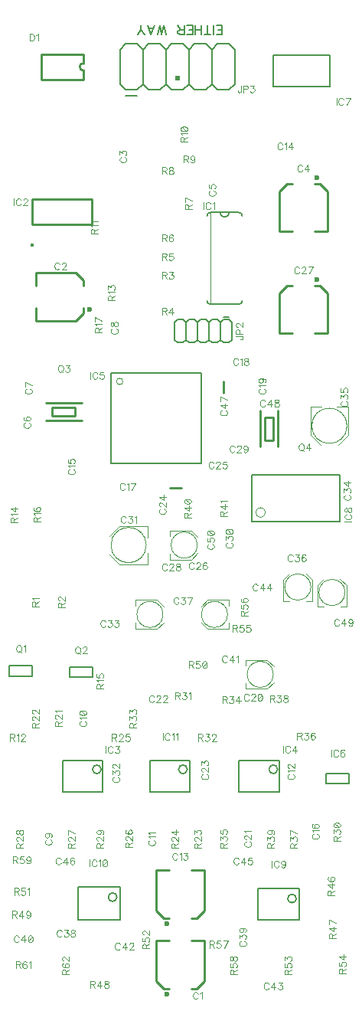
<source format=gto>
G04 DipTrace 3.2.0.1*
G04 microburst_fixed_heatsink.GTO*
%MOIN*%
G04 #@! TF.FileFunction,Legend,Top*
G04 #@! TF.Part,Single*
%ADD10C,0.009843*%
%ADD16C,0.008*%
%ADD21C,0.006*%
%ADD22C,0.02362*%
%ADD29C,0.000013*%
%ADD30C,0.004*%
%ADD32C,0.002*%
%ADD33C,0.015403*%
%ADD36C,0.005*%
%ADD101C,0.004632*%
%ADD103C,0.006176*%
%FSLAX26Y26*%
G04*
G70*
G90*
G75*
G01*
G04 TopSilk*
%LPD*%
X1063029Y685011D2*
D10*
X1118157Y685039D1*
X1063029Y685011D2*
Y509844D1*
X1096498Y476370D2*
X1063029Y509844D1*
X1096498Y476370D2*
X1118157Y476343D1*
X1216562Y685039D2*
X1271690Y685011D1*
Y509844D1*
X1238221Y476370D2*
X1271690Y509844D1*
X1216562Y476343D2*
X1238221Y476370D1*
D22*
X1110270Y450766D3*
X538576Y3383148D2*
D10*
X538549Y3438277D1*
X538576Y3383148D2*
X713744D1*
X747218Y3416618D2*
X713744Y3383148D1*
X747218Y3416618D2*
X747245Y3438277D1*
X538549Y3536681D2*
X538576Y3591810D1*
X713744D1*
X747218Y3558340D2*
X713744Y3591810D1*
X747245Y3536681D2*
X747218Y3558340D1*
D22*
X772822Y3430389D3*
X1809190Y3771196D2*
D10*
X1754062Y3771168D1*
X1809190Y3771196D2*
Y3946363D1*
X1775721Y3979837D2*
X1809190Y3946363D1*
X1775721Y3979837D2*
X1754062Y3979865D1*
X1655657Y3771168D2*
X1600529Y3771196D1*
Y3946363D1*
X1633998Y3979837D2*
X1600529Y3946363D1*
X1655657Y3979865D2*
X1633998Y3979837D1*
D22*
X1761949Y4005442D3*
X1063029Y991261D2*
D10*
X1118157Y991289D1*
X1063029Y991261D2*
Y816093D1*
X1096498Y782620D2*
X1063029Y816093D1*
X1096498Y782620D2*
X1118157Y782592D1*
X1216562Y991289D2*
X1271690Y991261D1*
Y816093D1*
X1238221Y782620D2*
X1271690Y816093D1*
X1216562Y782592D2*
X1238221Y782620D1*
D22*
X1110270Y757015D3*
X1357446Y3068157D2*
D10*
Y3119299D1*
X1123038Y2653837D2*
X1174180D1*
X1809190Y3327447D2*
X1754062Y3327419D1*
X1809190Y3327447D2*
Y3502614D1*
X1775721Y3536088D2*
X1809190Y3502614D1*
X1775721Y3536088D2*
X1754062Y3536115D1*
X1655657Y3327419D2*
X1600529Y3327447D1*
Y3502614D1*
X1633998Y3536088D2*
X1600529Y3502614D1*
X1655657Y3536115D2*
X1633998Y3536088D1*
D22*
X1761949Y3561692D3*
X1127843Y2406228D2*
D29*
G02X1127843Y2406228I57087J0D01*
G01*
X1141622Y2443630D2*
D30*
G02X1228236Y2443630I43307J-37403D01*
G01*
X1141622Y2368827D2*
G03X1230205Y2370795I43482J37401D01*
G01*
X1121937Y2443630D2*
Y2469220D1*
X1216425D1*
X1243984Y2441661D1*
Y2370795D2*
X1216425Y2343236D1*
X1121937D1*
Y2368827D1*
X866080Y2406228D2*
D29*
G02X866080Y2406228I76772J0D01*
G01*
X1011749Y2372764D2*
D30*
G02X873954Y2372764I-68898J33465D01*
G01*
X1011749Y2439693D2*
G03X873954Y2439693I-68898J-33465D01*
G01*
X1025529Y2372764D2*
Y2323551D1*
X903482D1*
X860175Y2366858D1*
Y2445598D2*
X903482Y2488906D1*
X1025529D1*
Y2439693D1*
X978677Y2104478D2*
D29*
G02X978677Y2104478I57087J0D01*
G01*
X992457Y2141879D2*
D30*
G02X1079071Y2141879I43307J-37403D01*
G01*
X992457Y2067076D2*
G03X1081039Y2069045I43482J37401D01*
G01*
X972772Y2141879D2*
Y2167470D1*
X1067260D1*
X1094819Y2139911D1*
Y2069045D2*
X1067260Y2041486D1*
X972772D1*
Y2067076D1*
X1740588Y2925471D2*
D29*
G02X1740588Y2925471I76772J0D01*
G01*
X1850824Y2994369D2*
D30*
G02X1850824Y2856573I-33465J-68898D01*
G01*
X1783895Y2994369D2*
G03X1783895Y2856573I33465J-68898D01*
G01*
X1850824Y3008148D2*
X1900037D1*
Y2886101D1*
X1856730Y2842794D1*
X1777990D2*
X1734682Y2886101D1*
Y3008148D1*
X1783895D1*
X1622769Y2223843D2*
D29*
G02X1622769Y2223843I57087J0D01*
G01*
X1642454Y2180535D2*
D30*
G02X1642454Y2267150I37403J43307D01*
G01*
X1717257Y2180535D2*
G03X1715289Y2269118I-37401J43482D01*
G01*
X1642454Y2160850D2*
X1616864D1*
Y2255339D1*
X1644423Y2282898D1*
X1715289D2*
X1742848Y2255339D1*
Y2160850D1*
X1717257D1*
X1259898Y2104478D2*
D29*
G02X1259898Y2104478I57087J0D01*
G01*
X1360291Y2067076D2*
D30*
G02X1273677Y2067076I-43307J37403D01*
G01*
X1360291Y2141879D2*
G03X1271709Y2139911I-43482J-37401D01*
G01*
X1379976Y2067076D2*
Y2041486D1*
X1285488D1*
X1257929Y2069045D1*
Y2139911D2*
X1285488Y2167470D1*
X1379976D1*
Y2141879D1*
X1459143Y1843730D2*
D29*
G02X1459143Y1843730I57087J0D01*
G01*
X1472923Y1881131D2*
D30*
G02X1559537Y1881131I43307J-37403D01*
G01*
X1472923Y1806328D2*
G03X1561505Y1808297I43482J37401D01*
G01*
X1453238Y1881131D2*
Y1906722D1*
X1547726D1*
X1575285Y1879163D1*
Y1808297D2*
X1547726Y1780738D1*
X1453238D1*
Y1806328D1*
X1771587Y2199979D2*
D29*
G02X1771587Y2199979I57087J0D01*
G01*
X1791272Y2156672D2*
D30*
G02X1791272Y2243286I37403J43307D01*
G01*
X1866075Y2156672D2*
G03X1864106Y2245255I-37401J43482D01*
G01*
X1791272Y2136987D2*
X1765681D1*
Y2231475D1*
X1793240Y2259034D1*
X1864106D2*
X1891665Y2231475D1*
Y2136987D1*
X1866075D1*
X747383Y4542501D2*
D10*
X562336D1*
Y4434222D1*
Y4432260D2*
X747383D1*
Y4471623D1*
Y4542501D2*
Y4503138D1*
G03X747383Y4471623I-1844J-15758D01*
G01*
X1284109Y3468978D2*
D21*
G03X1299109Y3453978I14999J-1D01*
G01*
X1423109Y3853978D2*
G02X1438109Y3838978I1J-14999D01*
G01*
Y3468978D2*
G02X1423109Y3453978I-15001J1D01*
G01*
X1299109Y3853978D2*
G03X1284109Y3838978I1J-15001D01*
G01*
X1299109Y3453978D2*
X1423109D1*
Y3853978D2*
X1381109D1*
X1341109D1*
X1299109D1*
X1381109D2*
G02X1341109Y3853978I-20000J0D01*
G01*
X1298109D2*
D32*
Y3453978D1*
D33*
X522484Y3713454D3*
X521445Y3802704D2*
D10*
X781275D1*
X521445Y3912939D2*
X781275D1*
Y3802704D2*
Y3912939D1*
X521445Y3802704D2*
Y3912939D1*
X889434Y3118591D2*
D29*
G02X889434Y3118591I14142J0D01*
G01*
X1260427Y3155441D2*
D36*
X866726D1*
Y2761740D1*
X1260427D1*
Y3155441D1*
X1819677Y4401409D2*
D21*
Y4537630D1*
X1573693D2*
Y4401409D1*
X1819677D2*
X1573693D1*
Y4537630D2*
X1819677D1*
X1496537Y2548202D2*
D29*
G02X1496537Y2548202I21000J0D01*
G01*
X1480529Y2509958D2*
D21*
X1862852D1*
Y2710446D1*
X1480529D1*
Y2509958D1*
X1392360Y3374980D2*
X1379860Y3387480D1*
X1354860D2*
X1342360Y3374980D1*
X1329860Y3387480D1*
X1304860D2*
X1292360Y3374980D1*
X1279860Y3387480D1*
X1254860D2*
X1242360Y3374980D1*
X1229860Y3387480D1*
X1204860D2*
X1192360Y3374980D1*
X1392360D2*
Y3299980D1*
X1379860Y3287480D1*
X1354860D1*
X1342360Y3299980D1*
X1329860Y3287480D1*
X1304860D1*
X1292360Y3299980D1*
X1279860Y3287480D1*
X1254860D1*
X1242360Y3299980D1*
X1229860Y3287480D1*
X1204860D1*
X1192360Y3299980D1*
X1342360D2*
Y3374980D1*
X1292360Y3299980D2*
Y3374980D1*
X1242360Y3299980D2*
Y3374980D1*
X1192360Y3299980D2*
Y3374980D1*
X1229860Y3387480D2*
X1204860D1*
X1279860D2*
X1254860D1*
X1329860D2*
X1304860D1*
X1379860D2*
X1354860D1*
X1192360Y3374980D2*
X1179860Y3387480D1*
X1154860D2*
X1142360Y3374980D1*
X1192360Y3299980D2*
X1179860Y3287480D1*
X1154860D1*
X1142360Y3299980D1*
Y3374980D1*
X1179860Y3387480D2*
X1154860D1*
X1379860Y3399980D2*
D16*
X1354860D1*
G36*
X1144860Y4447478D2*
X1164875D1*
Y4427493D1*
X1144860D1*
Y4447478D1*
G37*
X904860Y4412478D2*
D21*
X929860Y4387478D1*
X979860D2*
X1004860Y4412478D1*
X1029860Y4387478D1*
X1079860D2*
X1104860Y4412478D1*
X1129860Y4387478D1*
X1179860D2*
X1204860Y4412478D1*
X1229860Y4387478D1*
X1279860D2*
X1304860Y4412478D1*
X904860D2*
Y4562478D1*
X929860Y4587478D1*
X979860D1*
X1004860Y4562478D1*
X1029860Y4587478D1*
X1079860D1*
X1104860Y4562478D1*
X1129860Y4587478D1*
X1179860D1*
X1204860Y4562478D1*
X1229860Y4587478D1*
X1279860D1*
X1304860Y4562478D1*
X1004860D2*
Y4412478D1*
X1104860Y4562478D2*
Y4412478D1*
X1204860Y4562478D2*
Y4412478D1*
X1304860Y4562478D2*
Y4412478D1*
X1229860Y4387478D2*
X1279860D1*
X1129860D2*
X1179860D1*
X1029860D2*
X1079860D1*
X929860D2*
X979860D1*
X1304860Y4412478D2*
X1329860Y4387478D1*
X1379860D2*
X1404860Y4412478D1*
X1304860Y4562478D2*
X1329860Y4587478D1*
X1379860D1*
X1404860Y4562478D1*
Y4412478D1*
X1329860Y4387478D2*
X1379860D1*
X929860Y4362478D2*
D16*
X979860D1*
X739849Y2947925D2*
D10*
X582369D1*
X739849Y3026660D2*
X582369D1*
X711109Y3006039D2*
X611109D1*
Y2968546D1*
X711109D1*
Y3006039D2*
Y2968546D1*
X1515306Y2833739D2*
Y2991219D1*
X1594041Y2833739D2*
Y2991219D1*
X1573420Y2862479D2*
Y2962479D1*
X1535927D1*
Y2862479D1*
X1573420D2*
X1535927D1*
X654554Y1467887D2*
D21*
X829535D1*
Y1330402D1*
X654554D1*
Y1467887D1*
X1035764D2*
X1210745D1*
Y1330402D1*
X1035764D1*
Y1467887D1*
X1423223D2*
X1598205D1*
Y1330402D1*
X1423223D1*
Y1467887D1*
X723297Y917945D2*
X904528D1*
Y774210D1*
X723297D1*
Y917945D1*
X1504465Y911696D2*
X1685696D1*
Y774210D1*
X1504465D1*
Y911696D1*
X785790Y1430391D2*
G02X785790Y1430391I18748J0D01*
G01*
X1160751D2*
G02X1160751Y1430391I18748J0D01*
G01*
X1554459D2*
G02X1554459Y1430391I18748J0D01*
G01*
X1635701Y867950D2*
G02X1635701Y867950I18748J0D01*
G01*
X854533Y874199D2*
G02X854533Y874199I18748J0D01*
G01*
X423328Y1880344D2*
X523318D1*
Y1836598D1*
X423328D1*
Y1880344D1*
X685801Y1874094D2*
X785790D1*
Y1830349D1*
X685801D1*
Y1874094D1*
X1804433Y1411643D2*
X1904423D1*
Y1367898D1*
X1804433D1*
Y1411643D1*
X1244883Y453317D2*
D101*
X1243457Y456169D1*
X1240572Y459054D1*
X1237720Y460480D1*
X1231983D1*
X1229098Y459054D1*
X1226246Y456169D1*
X1224787Y453317D1*
X1223361Y449006D1*
Y441810D1*
X1224787Y437532D1*
X1226246Y434647D1*
X1229098Y431795D1*
X1231983Y430336D1*
X1237720D1*
X1240572Y431795D1*
X1243457Y434647D1*
X1244883Y437532D1*
X1254146Y454710D2*
X1257031Y456169D1*
X1261343Y460447D1*
Y430336D1*
X641934Y3628581D2*
X640508Y3631433D1*
X637623Y3634318D1*
X634771Y3635744D1*
X629034D1*
X626149Y3634318D1*
X623297Y3631433D1*
X621838Y3628581D1*
X620412Y3624270D1*
Y3617074D1*
X621838Y3612796D1*
X623297Y3609911D1*
X626149Y3607059D1*
X629034Y3605600D1*
X634771D1*
X637623Y3607059D1*
X640508Y3609911D1*
X641934Y3612796D1*
X652657Y3628547D2*
Y3629973D1*
X654083Y3632858D1*
X655509Y3634284D1*
X658394Y3635710D1*
X664131D1*
X666983Y3634284D1*
X668409Y3632858D1*
X669868Y3629973D1*
Y3627122D1*
X668409Y3624236D1*
X665557Y3619959D1*
X651198Y3605600D1*
X671294D1*
X910904Y4093845D2*
X908052Y4092419D1*
X905167Y4089534D1*
X903741Y4086682D1*
Y4080945D1*
X905167Y4078060D1*
X908052Y4075208D1*
X910904Y4073749D1*
X915215Y4072323D1*
X922411D1*
X926689Y4073749D1*
X929574Y4075208D1*
X932426Y4078060D1*
X933885Y4080945D1*
Y4086682D1*
X932426Y4089534D1*
X929574Y4092419D1*
X926689Y4093845D1*
X903774Y4105994D2*
Y4121745D1*
X915248Y4113157D1*
Y4117468D1*
X916674Y4120319D1*
X918100Y4121745D1*
X922411Y4123205D1*
X925263D1*
X929574Y4121745D1*
X932459Y4118894D1*
X933885Y4114582D1*
Y4110271D1*
X932459Y4105994D1*
X931000Y4104568D1*
X928148Y4103109D1*
X1700228Y4054023D2*
X1698802Y4056875D1*
X1695917Y4059760D1*
X1693065Y4061186D1*
X1687328D1*
X1684443Y4059760D1*
X1681591Y4056875D1*
X1680132Y4054023D1*
X1678706Y4049712D1*
Y4042516D1*
X1680132Y4038238D1*
X1681591Y4035353D1*
X1684443Y4032501D1*
X1687328Y4031042D1*
X1693065D1*
X1695917Y4032501D1*
X1698802Y4035353D1*
X1700228Y4038238D1*
X1723850Y4031042D2*
Y4061153D1*
X1709491Y4041090D1*
X1731013D1*
X1298404Y3948274D2*
X1295552Y3946848D1*
X1292667Y3943963D1*
X1291241Y3941111D1*
Y3935374D1*
X1292667Y3932489D1*
X1295552Y3929637D1*
X1298404Y3928178D1*
X1302715Y3926752D1*
X1309911D1*
X1314189Y3928178D1*
X1317074Y3929637D1*
X1319926Y3932489D1*
X1321385Y3935374D1*
Y3941111D1*
X1319926Y3943963D1*
X1317074Y3946848D1*
X1314189Y3948274D1*
X1291274Y3974749D2*
Y3960423D1*
X1304174Y3958997D1*
X1302748Y3960423D1*
X1301289Y3964734D1*
Y3969012D1*
X1302748Y3973323D1*
X1305600Y3976208D1*
X1309911Y3977634D1*
X1312763D1*
X1317074Y3976208D1*
X1319959Y3973323D1*
X1321385Y3969012D1*
Y3964734D1*
X1319959Y3960423D1*
X1318500Y3958997D1*
X1315648Y3957538D1*
X492153Y2938325D2*
X489301Y2936899D1*
X486416Y2934014D1*
X484990Y2931162D1*
Y2925425D1*
X486416Y2922540D1*
X489301Y2919688D1*
X492153Y2918229D1*
X496464Y2916803D1*
X503660D1*
X507938Y2918229D1*
X510823Y2919688D1*
X513675Y2922540D1*
X515134Y2925425D1*
Y2931162D1*
X513675Y2934014D1*
X510823Y2936899D1*
X507938Y2938325D1*
X489301Y2964800D2*
X486449Y2963374D1*
X485023Y2959063D1*
Y2956211D1*
X486449Y2951900D1*
X490760Y2949015D1*
X497923Y2947589D1*
X505086D1*
X510823Y2949015D1*
X513708Y2951900D1*
X515134Y2956211D1*
Y2957637D1*
X513708Y2961915D1*
X510823Y2964800D1*
X506512Y2966226D1*
X505086D1*
X500775Y2964800D1*
X497923Y2961915D1*
X496497Y2957637D1*
Y2956211D1*
X497923Y2951900D1*
X500775Y2949015D1*
X505086Y2947589D1*
X498404Y3085776D2*
X495552Y3084350D1*
X492667Y3081465D1*
X491241Y3078613D1*
Y3072876D1*
X492667Y3069991D1*
X495552Y3067139D1*
X498404Y3065680D1*
X502715Y3064254D1*
X509911D1*
X514189Y3065680D1*
X517074Y3067139D1*
X519926Y3069991D1*
X521385Y3072876D1*
Y3078613D1*
X519926Y3081464D1*
X517074Y3084350D1*
X514189Y3085775D1*
X521385Y3100776D2*
X491274Y3115135D1*
Y3095039D1*
X873404Y3348292D2*
X870552Y3346866D1*
X867667Y3343981D1*
X866241Y3341129D1*
Y3335392D1*
X867667Y3332507D1*
X870552Y3329655D1*
X873404Y3328196D1*
X877715Y3326770D1*
X884911D1*
X889189Y3328196D1*
X892074Y3329655D1*
X894926Y3332507D1*
X896385Y3335392D1*
Y3341129D1*
X894926Y3343981D1*
X892074Y3346866D1*
X889189Y3348292D1*
X866274Y3364719D2*
X867700Y3360441D1*
X870552Y3358982D1*
X873437D1*
X876289Y3360441D1*
X877748Y3363293D1*
X879174Y3369030D1*
X880600Y3373341D1*
X883485Y3376192D1*
X886337Y3377618D1*
X890648D1*
X893500Y3376192D1*
X894959Y3374766D1*
X896385Y3370455D1*
Y3364719D1*
X894959Y3360441D1*
X893500Y3358982D1*
X890648Y3357556D1*
X886337D1*
X883485Y3358982D1*
X880600Y3361867D1*
X879174Y3366144D1*
X877748Y3371881D1*
X876289Y3374767D1*
X873437Y3376192D1*
X870552D1*
X867700Y3374767D1*
X866274Y3370456D1*
Y3364719D1*
X585904Y1123987D2*
X583052Y1122561D1*
X580167Y1119676D1*
X578741Y1116824D1*
Y1111087D1*
X580167Y1108202D1*
X583052Y1105350D1*
X585904Y1103891D1*
X590215Y1102465D1*
X597411D1*
X601689Y1103891D1*
X604574Y1105350D1*
X607426Y1108202D1*
X608885Y1111087D1*
Y1116824D1*
X607426Y1119676D1*
X604574Y1122561D1*
X601689Y1123987D1*
X588789Y1151921D2*
X593100Y1150462D1*
X595985Y1147610D1*
X597411Y1143299D1*
Y1141873D1*
X595985Y1137562D1*
X593100Y1134710D1*
X588789Y1133251D1*
X587363D1*
X583052Y1134710D1*
X580200Y1137562D1*
X578774Y1141873D1*
Y1143299D1*
X580200Y1147610D1*
X583052Y1150462D1*
X588789Y1151921D1*
X595985D1*
X603148Y1150462D1*
X607459Y1147610D1*
X608885Y1143299D1*
Y1140447D1*
X607459Y1136136D1*
X604574Y1134710D1*
X735904Y1640044D2*
X733052Y1638618D1*
X730167Y1635733D1*
X728741Y1632881D1*
Y1627145D1*
X730167Y1624259D1*
X733052Y1621408D1*
X735904Y1619948D1*
X740215Y1618522D1*
X747411D1*
X751689Y1619948D1*
X754574Y1621408D1*
X757426Y1624259D1*
X758885Y1627144D1*
Y1632881D1*
X757426Y1635733D1*
X754574Y1638618D1*
X751689Y1640044D1*
X734511Y1649308D2*
X733052Y1652193D1*
X728774Y1656504D1*
X758885D1*
X728774Y1674390D2*
X730200Y1670079D1*
X734511Y1667193D1*
X741674Y1665768D1*
X745985D1*
X753148Y1667193D1*
X757459Y1670079D1*
X758885Y1674390D1*
Y1677241D1*
X757459Y1681552D1*
X753148Y1684404D1*
X745985Y1685864D1*
X741674D1*
X734511Y1684404D1*
X730200Y1681553D1*
X728774Y1677241D1*
Y1674390D1*
X734511Y1684404D2*
X753148Y1667193D1*
X1035904Y1121494D2*
X1033052Y1120068D1*
X1030167Y1117183D1*
X1028741Y1114331D1*
Y1108594D1*
X1030167Y1105709D1*
X1033052Y1102857D1*
X1035904Y1101398D1*
X1040215Y1099972D1*
X1047411D1*
X1051689Y1101398D1*
X1054574Y1102857D1*
X1057426Y1105709D1*
X1058885Y1108594D1*
Y1114331D1*
X1057426Y1117183D1*
X1054574Y1120068D1*
X1051689Y1121494D1*
X1034511Y1130758D2*
X1033052Y1133643D1*
X1028774Y1137954D1*
X1058885D1*
X1034511Y1147217D2*
X1033052Y1150103D1*
X1028774Y1154414D1*
X1058885D1*
X1642148Y1408783D2*
X1639296Y1407357D1*
X1636411Y1404472D1*
X1634985Y1401620D1*
Y1395883D1*
X1636411Y1392998D1*
X1639296Y1390146D1*
X1642148Y1388687D1*
X1646459Y1387261D1*
X1653655D1*
X1657933Y1388687D1*
X1660818Y1390146D1*
X1663670Y1392998D1*
X1665129Y1395883D1*
Y1401620D1*
X1663670Y1404472D1*
X1660818Y1407357D1*
X1657933Y1408783D1*
X1640755Y1418047D2*
X1639296Y1420932D1*
X1635018Y1425243D1*
X1665129D1*
X1642181Y1435965D2*
X1640755D1*
X1637870Y1437391D1*
X1636444Y1438817D1*
X1635018Y1441702D1*
Y1447439D1*
X1636444Y1450291D1*
X1637870Y1451717D1*
X1640755Y1453176D1*
X1643607D1*
X1646492Y1451717D1*
X1650770Y1448865D1*
X1665129Y1434506D1*
Y1454602D1*
X1155211Y1059535D2*
X1153785Y1062387D1*
X1150900Y1065272D1*
X1148048Y1066698D1*
X1142311D1*
X1139426Y1065272D1*
X1136574Y1062387D1*
X1135115Y1059535D1*
X1133689Y1055224D1*
Y1048028D1*
X1135115Y1043750D1*
X1136574Y1040865D1*
X1139426Y1038013D1*
X1142311Y1036554D1*
X1148048D1*
X1150900Y1038013D1*
X1153785Y1040865D1*
X1155211Y1043750D1*
X1164475Y1060927D2*
X1167360Y1062387D1*
X1171671Y1066664D1*
Y1036554D1*
X1183819Y1066664D2*
X1199571D1*
X1190982Y1055191D1*
X1195293D1*
X1198145Y1053765D1*
X1199571Y1052339D1*
X1201030Y1048028D1*
Y1045176D1*
X1199571Y1040865D1*
X1196719Y1037980D1*
X1192408Y1036554D1*
X1188097D1*
X1183819Y1037980D1*
X1182393Y1039439D1*
X1180934Y1042291D1*
X1612963Y4150184D2*
X1611537Y4153036D1*
X1608652Y4155921D1*
X1605800Y4157347D1*
X1600063D1*
X1597178Y4155921D1*
X1594326Y4153036D1*
X1592867Y4150184D1*
X1591441Y4145873D1*
Y4138677D1*
X1592867Y4134399D1*
X1594326Y4131514D1*
X1597178Y4128662D1*
X1600063Y4127203D1*
X1605800D1*
X1608652Y4128662D1*
X1611537Y4131514D1*
X1612963Y4134399D1*
X1622226Y4151577D2*
X1625111Y4153036D1*
X1629422Y4157314D1*
Y4127203D1*
X1653045D2*
Y4157314D1*
X1638686Y4137251D1*
X1660208D1*
X685904Y2735615D2*
X683052Y2734189D1*
X680167Y2731304D1*
X678741Y2728452D1*
Y2722715D1*
X680167Y2719830D1*
X683052Y2716978D1*
X685904Y2715519D1*
X690215Y2714093D1*
X697411D1*
X701689Y2715519D1*
X704574Y2716978D1*
X707426Y2719830D1*
X708885Y2722715D1*
Y2728452D1*
X707426Y2731304D1*
X704574Y2734189D1*
X701689Y2735615D1*
X684511Y2744879D2*
X683052Y2747764D1*
X678774Y2752075D1*
X708885D1*
X678774Y2778549D2*
Y2764223D1*
X691674Y2762798D1*
X690248Y2764223D1*
X688789Y2768534D1*
Y2772812D1*
X690248Y2777123D1*
X693100Y2780008D1*
X697411Y2781434D1*
X700263D1*
X704574Y2780008D1*
X707459Y2777123D1*
X708885Y2772812D1*
Y2768534D1*
X707459Y2764223D1*
X706000Y2762797D1*
X703148Y2761338D1*
X1748404Y1148841D2*
X1745552Y1147415D1*
X1742667Y1144530D1*
X1741241Y1141678D1*
Y1135941D1*
X1742667Y1133056D1*
X1745552Y1130204D1*
X1748404Y1128745D1*
X1752715Y1127319D1*
X1759911D1*
X1764189Y1128745D1*
X1767074Y1130204D1*
X1769926Y1133056D1*
X1771385Y1135941D1*
Y1141678D1*
X1769926Y1144530D1*
X1767074Y1147415D1*
X1764189Y1148841D1*
X1747011Y1158104D2*
X1745552Y1160989D1*
X1741274Y1165300D1*
X1771385D1*
X1745552Y1191775D2*
X1742700Y1190349D1*
X1741274Y1186038D1*
Y1183186D1*
X1742700Y1178875D1*
X1747011Y1175990D1*
X1754174Y1174564D1*
X1761337D1*
X1767074Y1175990D1*
X1769959Y1178875D1*
X1771385Y1183186D1*
Y1184612D1*
X1769959Y1188890D1*
X1767074Y1191775D1*
X1762763Y1193201D1*
X1761337D1*
X1757026Y1191775D1*
X1754174Y1188890D1*
X1752748Y1184612D1*
Y1183186D1*
X1754174Y1178875D1*
X1757026Y1175990D1*
X1761337Y1174564D1*
X926176Y2668935D2*
X924750Y2671787D1*
X921865Y2674672D1*
X919013Y2676098D1*
X913276D1*
X910391Y2674672D1*
X907539Y2671787D1*
X906080Y2668935D1*
X904654Y2664624D1*
Y2657428D1*
X906080Y2653150D1*
X907539Y2650265D1*
X910391Y2647413D1*
X913276Y2645954D1*
X919013D1*
X921865Y2647413D1*
X924750Y2650265D1*
X926176Y2653150D1*
X935439Y2670328D2*
X938324Y2671787D1*
X942635Y2676065D1*
Y2645954D1*
X957636D2*
X971995Y2676065D1*
X951899D1*
X1419941Y3212684D2*
X1418516Y3215536D1*
X1415630Y3218421D1*
X1412779Y3219847D1*
X1407042D1*
X1404156Y3218421D1*
X1401305Y3215536D1*
X1399845Y3212684D1*
X1398419Y3208373D1*
Y3201177D1*
X1399845Y3196899D1*
X1401305Y3194014D1*
X1404156Y3191162D1*
X1407042Y3189703D1*
X1412779D1*
X1415630Y3191162D1*
X1418516Y3194014D1*
X1419941Y3196899D1*
X1429205Y3214077D2*
X1432090Y3215536D1*
X1436401Y3219814D1*
Y3189703D1*
X1452828Y3219814D2*
X1448550Y3218388D1*
X1447091Y3215536D1*
Y3212651D1*
X1448550Y3209799D1*
X1451402Y3208340D1*
X1457139Y3206914D1*
X1461450Y3205488D1*
X1464302Y3202603D1*
X1465727Y3199751D1*
Y3195440D1*
X1464302Y3192588D1*
X1462876Y3191129D1*
X1458565Y3189703D1*
X1452828D1*
X1448550Y3191129D1*
X1447091Y3192588D1*
X1445665Y3195440D1*
Y3199751D1*
X1447091Y3202603D1*
X1449976Y3205488D1*
X1454254Y3206914D1*
X1459991Y3208340D1*
X1462876Y3209799D1*
X1464302Y3212651D1*
Y3215536D1*
X1462876Y3218388D1*
X1458565Y3219814D1*
X1452828D1*
X1516552Y3086820D2*
X1513700Y3085394D1*
X1510815Y3082509D1*
X1509389Y3079657D1*
Y3073920D1*
X1510815Y3071035D1*
X1513700Y3068184D1*
X1516552Y3066724D1*
X1520863Y3065298D1*
X1528059D1*
X1532337Y3066724D1*
X1535222Y3068184D1*
X1538074Y3071035D1*
X1539533Y3073920D1*
Y3079657D1*
X1538074Y3082509D1*
X1535222Y3085394D1*
X1532337Y3086820D1*
X1515159Y3096084D2*
X1513700Y3098969D1*
X1509422Y3103280D1*
X1539533D1*
X1519437Y3131214D2*
X1523748Y3129754D1*
X1526633Y3126902D1*
X1528059Y3122591D1*
Y3121166D1*
X1526633Y3116855D1*
X1523748Y3114003D1*
X1519437Y3112543D1*
X1518011D1*
X1513700Y3114003D1*
X1510848Y3116855D1*
X1509422Y3121166D1*
Y3122592D1*
X1510848Y3126903D1*
X1513700Y3129754D1*
X1519437Y3131214D1*
X1526633D1*
X1533796Y3129754D1*
X1538107Y3126902D1*
X1539533Y3122591D1*
Y3119740D1*
X1538107Y3115429D1*
X1535222Y3114003D1*
X1466575Y1751464D2*
X1465149Y1754316D1*
X1462264Y1757201D1*
X1459412Y1758627D1*
X1453675D1*
X1450790Y1757201D1*
X1447938Y1754316D1*
X1446479Y1751464D1*
X1445053Y1747153D1*
Y1739957D1*
X1446479Y1735679D1*
X1447938Y1732794D1*
X1450790Y1729942D1*
X1453675Y1728483D1*
X1459412D1*
X1462264Y1729942D1*
X1465149Y1732794D1*
X1466575Y1735679D1*
X1477297Y1751431D2*
Y1752857D1*
X1478723Y1755742D1*
X1480149Y1757168D1*
X1483034Y1758594D1*
X1488771D1*
X1491623Y1757168D1*
X1493049Y1755742D1*
X1494508Y1752857D1*
Y1750005D1*
X1493049Y1747120D1*
X1490197Y1742842D1*
X1475838Y1728483D1*
X1495934D1*
X1513820Y1758594D2*
X1509509Y1757168D1*
X1506624Y1752857D1*
X1505198Y1745694D1*
Y1741383D1*
X1506624Y1734220D1*
X1509509Y1729909D1*
X1513820Y1728483D1*
X1516672D1*
X1520983Y1729909D1*
X1523835Y1734220D1*
X1525294Y1741383D1*
Y1745694D1*
X1523835Y1752857D1*
X1520983Y1757168D1*
X1516672Y1758594D1*
X1513820D1*
X1523835Y1752857D2*
X1506624Y1734220D1*
X1454653Y1115044D2*
X1451801Y1113618D1*
X1448916Y1110733D1*
X1447490Y1107881D1*
Y1102145D1*
X1448916Y1099259D1*
X1451801Y1096408D1*
X1454653Y1094948D1*
X1458964Y1093522D1*
X1466160D1*
X1470438Y1094948D1*
X1473323Y1096408D1*
X1476175Y1099259D1*
X1477634Y1102144D1*
Y1107881D1*
X1476175Y1110733D1*
X1473323Y1113618D1*
X1470438Y1115044D1*
X1454686Y1125767D2*
X1453260D1*
X1450375Y1127193D1*
X1448949Y1128619D1*
X1447523Y1131504D1*
Y1137241D1*
X1448949Y1140093D1*
X1450375Y1141519D1*
X1453260Y1142978D1*
X1456112D1*
X1458997Y1141519D1*
X1463275Y1138667D1*
X1477634Y1124308D1*
Y1144404D1*
X1453260Y1153667D2*
X1451801Y1156552D1*
X1447523Y1160864D1*
X1477634Y1160863D1*
X1054076Y1745213D2*
X1052650Y1748065D1*
X1049765Y1750950D1*
X1046913Y1752376D1*
X1041176D1*
X1038291Y1750950D1*
X1035439Y1748065D1*
X1033980Y1745213D1*
X1032554Y1740902D1*
Y1733706D1*
X1033980Y1729428D1*
X1035439Y1726543D1*
X1038291Y1723691D1*
X1041176Y1722232D1*
X1046913D1*
X1049765Y1723691D1*
X1052650Y1726543D1*
X1054076Y1729428D1*
X1064799Y1745180D2*
Y1746606D1*
X1066225Y1749491D1*
X1067651Y1750917D1*
X1070536Y1752343D1*
X1076273D1*
X1079124Y1750917D1*
X1080550Y1749491D1*
X1082010Y1746606D1*
Y1743754D1*
X1080550Y1740869D1*
X1077699Y1736591D1*
X1063340Y1722232D1*
X1083436D1*
X1094158Y1745180D2*
Y1746606D1*
X1095584Y1749491D1*
X1097010Y1750917D1*
X1099895Y1752343D1*
X1105632D1*
X1108484Y1750917D1*
X1109910Y1749491D1*
X1111369Y1746606D1*
Y1743754D1*
X1109910Y1740869D1*
X1107058Y1736591D1*
X1092699Y1722232D1*
X1112795D1*
X1267149Y1408581D2*
X1264297Y1407155D1*
X1261412Y1404270D1*
X1259986Y1401418D1*
Y1395681D1*
X1261412Y1392796D1*
X1264297Y1389944D1*
X1267149Y1388485D1*
X1271460Y1387059D1*
X1278656D1*
X1282934Y1388485D1*
X1285819Y1389944D1*
X1288671Y1392796D1*
X1290130Y1395681D1*
Y1401418D1*
X1288671Y1404270D1*
X1285819Y1407155D1*
X1282934Y1408581D1*
X1267182Y1419304D2*
X1265756D1*
X1262871Y1420730D1*
X1261445Y1422156D1*
X1260019Y1425041D1*
Y1430778D1*
X1261445Y1433630D1*
X1262871Y1435056D1*
X1265756Y1436515D1*
X1268608D1*
X1271493Y1435056D1*
X1275771Y1432204D1*
X1290130Y1417845D1*
Y1437941D1*
X1260019Y1450089D2*
Y1465841D1*
X1271493Y1457252D1*
Y1461563D1*
X1272919Y1464415D1*
X1274345Y1465841D1*
X1278656Y1467300D1*
X1281508D1*
X1285819Y1465841D1*
X1288704Y1462989D1*
X1290130Y1458678D1*
Y1454367D1*
X1288704Y1450089D1*
X1287245Y1448663D1*
X1284393Y1447204D1*
X1082311Y2563649D2*
X1079459Y2562223D1*
X1076574Y2559338D1*
X1075148Y2556486D1*
Y2550749D1*
X1076573Y2547864D1*
X1079459Y2545012D1*
X1082310Y2543553D1*
X1086621Y2542127D1*
X1093818D1*
X1098095Y2543553D1*
X1100981Y2545012D1*
X1103832Y2547864D1*
X1105292Y2550749D1*
Y2556486D1*
X1103832Y2559338D1*
X1100981Y2562223D1*
X1098095Y2563649D1*
X1082344Y2574372D2*
X1080918D1*
X1078033Y2575798D1*
X1076607Y2577224D1*
X1075181Y2580109D1*
Y2585846D1*
X1076607Y2588698D1*
X1078033Y2590124D1*
X1080918Y2591583D1*
X1083770D1*
X1086655Y2590124D1*
X1090933Y2587272D1*
X1105292Y2572913D1*
Y2593009D1*
Y2616631D2*
X1075181D1*
X1095244Y2602272D1*
Y2623794D1*
X1313475Y2762684D2*
X1312049Y2765536D1*
X1309164Y2768421D1*
X1306312Y2769847D1*
X1300575D1*
X1297690Y2768421D1*
X1294838Y2765536D1*
X1293379Y2762684D1*
X1291953Y2758373D1*
Y2751177D1*
X1293379Y2746899D1*
X1294838Y2744014D1*
X1297690Y2741162D1*
X1300575Y2739703D1*
X1306312D1*
X1309164Y2741162D1*
X1312049Y2744014D1*
X1313475Y2746899D1*
X1324198Y2762651D2*
Y2764077D1*
X1325624Y2766962D1*
X1327049Y2768388D1*
X1329935Y2769814D1*
X1335672D1*
X1338523Y2768388D1*
X1339949Y2766962D1*
X1341409Y2764077D1*
Y2761225D1*
X1339949Y2758340D1*
X1337097Y2754062D1*
X1322738Y2739703D1*
X1342834D1*
X1369309Y2769814D2*
X1354983D1*
X1353557Y2756914D1*
X1354983Y2758340D1*
X1359294Y2759799D1*
X1363572D1*
X1367883Y2758340D1*
X1370768Y2755488D1*
X1372194Y2751177D1*
Y2748325D1*
X1370768Y2744014D1*
X1367883Y2741129D1*
X1363572Y2739703D1*
X1359294D1*
X1354983Y2741129D1*
X1353557Y2742588D1*
X1352098Y2745440D1*
X1227605Y2324249D2*
X1226179Y2327101D1*
X1223294Y2329986D1*
X1220442Y2331412D1*
X1214705D1*
X1211820Y2329986D1*
X1208968Y2327101D1*
X1207509Y2324249D1*
X1206083Y2319938D1*
Y2312741D1*
X1207509Y2308464D1*
X1208968Y2305579D1*
X1211820Y2302727D1*
X1214705Y2301268D1*
X1220442D1*
X1223294Y2302727D1*
X1226179Y2305579D1*
X1227605Y2308464D1*
X1238327Y2324215D2*
Y2325641D1*
X1239753Y2328526D1*
X1241179Y2329952D1*
X1244064Y2331378D1*
X1249801D1*
X1252653Y2329952D1*
X1254079Y2328526D1*
X1255538Y2325641D1*
Y2322789D1*
X1254079Y2319904D1*
X1251227Y2315627D1*
X1236868Y2301268D1*
X1256964D1*
X1283439Y2327101D2*
X1282013Y2329952D1*
X1277702Y2331378D1*
X1274850D1*
X1270539Y2329952D1*
X1267654Y2325641D1*
X1266228Y2318478D1*
Y2311316D1*
X1267654Y2305579D1*
X1270539Y2302693D1*
X1274850Y2301268D1*
X1276276D1*
X1280554Y2302693D1*
X1283439Y2305579D1*
X1284865Y2309890D1*
Y2311316D1*
X1283439Y2315627D1*
X1280554Y2318478D1*
X1276276Y2319904D1*
X1274850D1*
X1270539Y2318478D1*
X1267654Y2315627D1*
X1266228Y2311316D1*
X1686261Y3610274D2*
X1684835Y3613125D1*
X1681950Y3616011D1*
X1679098Y3617436D1*
X1673361D1*
X1670476Y3616011D1*
X1667624Y3613125D1*
X1666165Y3610274D1*
X1664739Y3605963D1*
Y3598766D1*
X1666165Y3594489D1*
X1667624Y3591603D1*
X1670476Y3588752D1*
X1673361Y3587292D1*
X1679098D1*
X1681950Y3588752D1*
X1684835Y3591603D1*
X1686261Y3594489D1*
X1696984Y3610240D2*
Y3611666D1*
X1698410Y3614551D1*
X1699836Y3615977D1*
X1702721Y3617403D1*
X1708458D1*
X1711310Y3615977D1*
X1712735Y3614551D1*
X1714195Y3611666D1*
Y3608814D1*
X1712735Y3605929D1*
X1709884Y3601651D1*
X1695525Y3587292D1*
X1715621D1*
X1730621D2*
X1744980Y3617403D1*
X1724884D1*
X1110096Y2318491D2*
X1108671Y2321343D1*
X1105785Y2324228D1*
X1102934Y2325654D1*
X1097197D1*
X1094312Y2324228D1*
X1091460Y2321343D1*
X1090000Y2318491D1*
X1088575Y2314180D1*
Y2306984D1*
X1090000Y2302706D1*
X1091460Y2299821D1*
X1094312Y2296969D1*
X1097197Y2295510D1*
X1102934D1*
X1105785Y2296969D1*
X1108671Y2299821D1*
X1110096Y2302706D1*
X1120819Y2318458D2*
Y2319884D1*
X1122245Y2322769D1*
X1123671Y2324195D1*
X1126556Y2325621D1*
X1132293D1*
X1135145Y2324195D1*
X1136571Y2322769D1*
X1138030Y2319884D1*
Y2317032D1*
X1136571Y2314147D1*
X1133719Y2309869D1*
X1119360Y2295510D1*
X1139456D1*
X1155883Y2325621D2*
X1151605Y2324195D1*
X1150146Y2321343D1*
Y2318458D1*
X1151605Y2315606D1*
X1154457Y2314147D1*
X1160194Y2312721D1*
X1164505Y2311295D1*
X1167356Y2308410D1*
X1168782Y2305558D1*
Y2301247D1*
X1167356Y2298395D1*
X1165931Y2296936D1*
X1161619Y2295510D1*
X1155883D1*
X1151605Y2296936D1*
X1150146Y2298395D1*
X1148720Y2301247D1*
Y2305558D1*
X1150146Y2308410D1*
X1153031Y2311295D1*
X1157308Y2312721D1*
X1163045Y2314147D1*
X1165931Y2315606D1*
X1167356Y2318458D1*
Y2321343D1*
X1165931Y2324195D1*
X1161619Y2325621D1*
X1155883D1*
X1404790Y2832714D2*
X1403364Y2835566D1*
X1400479Y2838451D1*
X1397627Y2839877D1*
X1391890D1*
X1389005Y2838451D1*
X1386153Y2835566D1*
X1384694Y2832714D1*
X1383268Y2828403D1*
Y2821207D1*
X1384694Y2816930D1*
X1386153Y2814044D1*
X1389005Y2811193D1*
X1391890Y2809733D1*
X1397627D1*
X1400479Y2811193D1*
X1403364Y2814044D1*
X1404790Y2816930D1*
X1415513Y2832681D2*
Y2834107D1*
X1416939Y2836992D1*
X1418365Y2838418D1*
X1421250Y2839844D1*
X1426987D1*
X1429839Y2838418D1*
X1431265Y2836992D1*
X1432724Y2834107D1*
Y2831255D1*
X1431265Y2828370D1*
X1428413Y2824092D1*
X1414054Y2809733D1*
X1434150D1*
X1462083Y2829829D2*
X1460624Y2825518D1*
X1457772Y2822633D1*
X1453461Y2821207D1*
X1452035D1*
X1447724Y2822633D1*
X1444872Y2825518D1*
X1443413Y2829829D1*
Y2831255D1*
X1444872Y2835566D1*
X1447724Y2838418D1*
X1452035Y2839844D1*
X1453461D1*
X1457772Y2838418D1*
X1460624Y2835566D1*
X1462083Y2829829D1*
Y2822633D1*
X1460624Y2815470D1*
X1457772Y2811159D1*
X1453461Y2809733D1*
X1450609D1*
X1446298Y2811159D1*
X1444872Y2814044D1*
X1373404Y2416665D2*
X1370552Y2415239D1*
X1367667Y2412354D1*
X1366241Y2409502D1*
Y2403765D1*
X1367667Y2400880D1*
X1370552Y2398028D1*
X1373404Y2396569D1*
X1377715Y2395143D1*
X1384911D1*
X1389189Y2396569D1*
X1392074Y2398028D1*
X1394926Y2400880D1*
X1396385Y2403765D1*
Y2409502D1*
X1394926Y2412354D1*
X1392074Y2415239D1*
X1389189Y2416665D1*
X1366274Y2428814D2*
Y2444566D1*
X1377748Y2435977D1*
Y2440288D1*
X1379174Y2443140D1*
X1380600Y2444566D1*
X1384911Y2446025D1*
X1387763D1*
X1392074Y2444566D1*
X1394959Y2441714D1*
X1396385Y2437403D1*
Y2433092D1*
X1394959Y2428814D1*
X1393500Y2427388D1*
X1390648Y2425929D1*
X1366274Y2463910D2*
X1367700Y2459599D1*
X1372011Y2456714D1*
X1379174Y2455288D1*
X1383485D1*
X1390648Y2456714D1*
X1394959Y2459599D1*
X1396385Y2463910D1*
Y2466762D1*
X1394959Y2471073D1*
X1390648Y2473925D1*
X1383485Y2475384D1*
X1379174D1*
X1372011Y2473925D1*
X1367700Y2471073D1*
X1366274Y2466762D1*
Y2463910D1*
X1372011Y2473925D2*
X1390648Y2456714D1*
X930703Y2525676D2*
X929277Y2528528D1*
X926392Y2531413D1*
X923540Y2532839D1*
X917803D1*
X914918Y2531413D1*
X912066Y2528528D1*
X910607Y2525676D1*
X909181Y2521365D1*
Y2514169D1*
X910607Y2509891D1*
X912066Y2507006D1*
X914918Y2504154D1*
X917803Y2502695D1*
X923540D1*
X926392Y2504154D1*
X929277Y2507006D1*
X930703Y2509891D1*
X942852Y2532806D2*
X958604D1*
X950015Y2521332D1*
X954326D1*
X957178Y2519906D1*
X958604Y2518480D1*
X960063Y2514169D1*
Y2511317D1*
X958604Y2507006D1*
X955752Y2504121D1*
X951441Y2502695D1*
X947130D1*
X942852Y2504121D1*
X941426Y2505580D1*
X939967Y2508432D1*
X969326Y2527069D2*
X972211Y2528528D1*
X976522Y2532806D1*
Y2502695D1*
X879648Y1396083D2*
X876796Y1394657D1*
X873911Y1391772D1*
X872485Y1388920D1*
Y1383183D1*
X873911Y1380298D1*
X876796Y1377446D1*
X879648Y1375987D1*
X883959Y1374561D1*
X891155D1*
X895433Y1375987D1*
X898318Y1377446D1*
X901170Y1380298D1*
X902629Y1383183D1*
Y1388920D1*
X901170Y1391772D1*
X898318Y1394657D1*
X895433Y1396083D1*
X872518Y1408231D2*
Y1423983D1*
X883992Y1415394D1*
Y1419705D1*
X885418Y1422557D1*
X886844Y1423983D1*
X891155Y1425442D1*
X894007D1*
X898318Y1423983D1*
X901203Y1421131D1*
X902629Y1416820D1*
Y1412509D1*
X901203Y1408231D1*
X899744Y1406805D1*
X896892Y1405346D1*
X879681Y1436165D2*
X878255D1*
X875370Y1437591D1*
X873944Y1439017D1*
X872518Y1441902D1*
Y1447639D1*
X873944Y1450491D1*
X875370Y1451917D1*
X878255Y1453376D1*
X881107D1*
X883992Y1451917D1*
X888270Y1449065D1*
X902629Y1434706D1*
Y1454802D1*
X842168Y2072999D2*
X840742Y2075851D1*
X837857Y2078736D1*
X835005Y2080162D1*
X829268D1*
X826383Y2078736D1*
X823531Y2075851D1*
X822072Y2072999D1*
X820646Y2068688D1*
Y2061492D1*
X822072Y2057214D1*
X823531Y2054329D1*
X826383Y2051477D1*
X829268Y2050018D1*
X835005D1*
X837857Y2051477D1*
X840742Y2054329D1*
X842168Y2057214D1*
X854316Y2080129D2*
X870068D1*
X861479Y2068655D1*
X865790D1*
X868642Y2067229D1*
X870068Y2065803D1*
X871527Y2061492D1*
Y2058640D1*
X870068Y2054329D1*
X867216Y2051444D1*
X862905Y2050018D1*
X858594D1*
X854316Y2051444D1*
X852890Y2052903D1*
X851431Y2055755D1*
X883676Y2080129D2*
X899428D1*
X890839Y2068655D1*
X895150D1*
X898002Y2067229D1*
X899428Y2065803D1*
X900887Y2061492D1*
Y2058640D1*
X899428Y2054329D1*
X896576Y2051444D1*
X892265Y2050018D1*
X887954D1*
X883676Y2051444D1*
X882250Y2052903D1*
X880791Y2055755D1*
X1888118Y2624417D2*
X1885266Y2622991D1*
X1882381Y2620106D1*
X1880955Y2617254D1*
Y2611517D1*
X1882381Y2608632D1*
X1885266Y2605780D1*
X1888118Y2604321D1*
X1892429Y2602895D1*
X1899625D1*
X1903903Y2604321D1*
X1906788Y2605780D1*
X1909640Y2608632D1*
X1911099Y2611517D1*
Y2617254D1*
X1909640Y2620106D1*
X1906788Y2622991D1*
X1903903Y2624417D1*
X1880988Y2636565D2*
Y2652317D1*
X1892462Y2643728D1*
Y2648039D1*
X1893888Y2650891D1*
X1895314Y2652317D1*
X1899625Y2653776D1*
X1902477D1*
X1906788Y2652317D1*
X1909673Y2649465D1*
X1911099Y2645154D1*
Y2640843D1*
X1909673Y2636565D1*
X1908214Y2635139D1*
X1905362Y2633680D1*
X1911099Y2677399D2*
X1880988D1*
X1901051Y2663040D1*
Y2684562D1*
X1874339Y3031923D2*
X1871487Y3030497D1*
X1868602Y3027612D1*
X1867176Y3024760D1*
Y3019023D1*
X1868602Y3016138D1*
X1871487Y3013286D1*
X1874339Y3011827D1*
X1878650Y3010401D1*
X1885846D1*
X1890124Y3011827D1*
X1893009Y3013286D1*
X1895861Y3016138D1*
X1897320Y3019023D1*
Y3024760D1*
X1895861Y3027611D1*
X1893009Y3030497D1*
X1890124Y3031922D1*
X1867210Y3044071D2*
Y3059823D1*
X1878684Y3051234D1*
Y3055545D1*
X1880110Y3058397D1*
X1881535Y3059823D1*
X1885846Y3061282D1*
X1888698D1*
X1893009Y3059823D1*
X1895894Y3056971D1*
X1897320Y3052660D1*
Y3048349D1*
X1895894Y3044071D1*
X1894435Y3042645D1*
X1891583Y3041186D1*
X1867210Y3087756D2*
Y3073431D1*
X1880110Y3072005D1*
X1878684Y3073431D1*
X1877224Y3077742D1*
Y3082020D1*
X1878684Y3086331D1*
X1881535Y3089216D1*
X1885846Y3090642D1*
X1888698D1*
X1893009Y3089216D1*
X1895894Y3086331D1*
X1897320Y3082019D1*
Y3077742D1*
X1895894Y3073431D1*
X1894435Y3072005D1*
X1891583Y3070546D1*
X1657804Y2358301D2*
X1656378Y2361153D1*
X1653493Y2364038D1*
X1650641Y2365464D1*
X1644904D1*
X1642019Y2364038D1*
X1639167Y2361153D1*
X1637708Y2358301D1*
X1636282Y2353990D1*
Y2346794D1*
X1637708Y2342516D1*
X1639167Y2339631D1*
X1642019Y2336779D1*
X1644904Y2335320D1*
X1650641D1*
X1653493Y2336779D1*
X1656378Y2339631D1*
X1657804Y2342516D1*
X1669953Y2365431D2*
X1685705D1*
X1677116Y2353957D1*
X1681427D1*
X1684279Y2352531D1*
X1685705Y2351105D1*
X1687164Y2346794D1*
Y2343942D1*
X1685705Y2339631D1*
X1682853Y2336746D1*
X1678542Y2335320D1*
X1674231D1*
X1669953Y2336746D1*
X1668527Y2338205D1*
X1667068Y2341057D1*
X1713638Y2361153D2*
X1712212Y2364005D1*
X1707901Y2365431D1*
X1705049D1*
X1700738Y2364005D1*
X1697853Y2359694D1*
X1696427Y2352531D1*
Y2345368D1*
X1697853Y2339631D1*
X1700738Y2336746D1*
X1705049Y2335320D1*
X1706475D1*
X1710753Y2336746D1*
X1713638Y2339631D1*
X1715064Y2343942D1*
Y2345368D1*
X1713638Y2349679D1*
X1710753Y2352531D1*
X1706475Y2353957D1*
X1705049D1*
X1700738Y2352531D1*
X1697853Y2349679D1*
X1696427Y2345368D1*
X1160896Y2172994D2*
X1159470Y2175846D1*
X1156585Y2178731D1*
X1153733Y2180157D1*
X1147996D1*
X1145111Y2178731D1*
X1142259Y2175846D1*
X1140800Y2172994D1*
X1139374Y2168683D1*
Y2161487D1*
X1140800Y2157209D1*
X1142259Y2154324D1*
X1145111Y2151472D1*
X1147996Y2150013D1*
X1153733D1*
X1156585Y2151472D1*
X1159470Y2154324D1*
X1160896Y2157209D1*
X1173045Y2180124D2*
X1188797D1*
X1180208Y2168650D1*
X1184519D1*
X1187371Y2167224D1*
X1188797Y2165798D1*
X1190256Y2161487D1*
Y2158635D1*
X1188797Y2154324D1*
X1185945Y2151439D1*
X1181634Y2150013D1*
X1177323D1*
X1173045Y2151439D1*
X1171619Y2152898D1*
X1170160Y2155750D1*
X1205256Y2150013D2*
X1219615Y2180124D1*
X1199519D1*
X651877Y724263D2*
X650451Y727115D1*
X647566Y730000D1*
X644714Y731426D1*
X638977D1*
X636092Y730000D1*
X633240Y727115D1*
X631781Y724263D1*
X630355Y719952D1*
Y712756D1*
X631781Y708478D1*
X633240Y705593D1*
X636092Y702741D1*
X638977Y701282D1*
X644714D1*
X647566Y702741D1*
X650451Y705593D1*
X651877Y708478D1*
X664026Y731393D2*
X679778D1*
X671189Y719919D1*
X675500D1*
X678352Y718493D1*
X679778Y717067D1*
X681237Y712756D1*
Y709904D1*
X679778Y705593D1*
X676926Y702708D1*
X672615Y701282D1*
X668304D1*
X664026Y702708D1*
X662600Y704167D1*
X661141Y707019D1*
X697663Y731393D2*
X693385Y729967D1*
X691926Y727115D1*
Y724230D1*
X693385Y721378D1*
X696237Y719919D1*
X701974Y718493D1*
X706285Y717067D1*
X709137Y714182D1*
X710563Y711330D1*
Y707019D1*
X709137Y704167D1*
X707711Y702708D1*
X703400Y701282D1*
X697663D1*
X693385Y702708D1*
X691926Y704167D1*
X690500Y707019D1*
Y711330D1*
X691926Y714182D1*
X694811Y717067D1*
X699089Y718493D1*
X704826Y719919D1*
X707711Y721378D1*
X709137Y724230D1*
Y727115D1*
X707711Y729967D1*
X703400Y731393D1*
X697663D1*
X1431864Y682105D2*
X1429012Y680679D1*
X1426127Y677794D1*
X1424701Y674942D1*
Y669205D1*
X1426127Y666320D1*
X1429012Y663468D1*
X1431864Y662009D1*
X1436175Y660583D1*
X1443371D1*
X1447649Y662009D1*
X1450534Y663468D1*
X1453386Y666320D1*
X1454845Y669205D1*
Y674942D1*
X1453386Y677794D1*
X1450534Y680679D1*
X1447649Y682105D1*
X1424735Y694254D2*
Y710006D1*
X1436209Y701417D1*
Y705728D1*
X1437634Y708580D1*
X1439060Y710006D1*
X1443371Y711465D1*
X1446223D1*
X1450534Y710006D1*
X1453419Y707154D1*
X1454845Y702843D1*
Y698532D1*
X1453419Y694254D1*
X1451960Y692828D1*
X1449108Y691369D1*
X1434749Y739398D2*
X1439060Y737939D1*
X1441945Y735087D1*
X1443371Y730776D1*
Y729350D1*
X1441945Y725039D1*
X1439060Y722187D1*
X1434749Y720728D1*
X1433323D1*
X1429012Y722187D1*
X1426160Y725039D1*
X1424735Y729350D1*
Y730776D1*
X1426160Y735087D1*
X1429012Y737939D1*
X1434749Y739398D1*
X1441945D1*
X1449108Y737939D1*
X1453419Y735087D1*
X1454845Y730776D1*
Y727924D1*
X1453419Y723613D1*
X1450534Y722187D1*
X464583Y700184D2*
X463158Y703036D1*
X460272Y705921D1*
X457421Y707347D1*
X451684D1*
X448798Y705921D1*
X445947Y703036D1*
X444487Y700184D1*
X443062Y695873D1*
Y688677D1*
X444487Y684399D1*
X445947Y681514D1*
X448798Y678662D1*
X451684Y677203D1*
X457421D1*
X460272Y678662D1*
X463158Y681514D1*
X464583Y684399D1*
X488206Y677203D2*
Y707314D1*
X473847Y687251D1*
X495369D1*
X513255Y707314D2*
X508944Y705888D1*
X506058Y701577D1*
X504633Y694414D1*
Y690103D1*
X506058Y682940D1*
X508944Y678629D1*
X513255Y677203D1*
X516106D1*
X520417Y678629D1*
X523269Y682940D1*
X524729Y690103D1*
Y694414D1*
X523269Y701577D1*
X520417Y705888D1*
X516106Y707314D1*
X513255D1*
X523269Y701577D2*
X506058Y682940D1*
X1372119Y1918493D2*
X1370693Y1921345D1*
X1367808Y1924230D1*
X1364956Y1925656D1*
X1359219D1*
X1356334Y1924230D1*
X1353482Y1921345D1*
X1352023Y1918493D1*
X1350597Y1914182D1*
Y1906986D1*
X1352023Y1902708D1*
X1353482Y1899823D1*
X1356334Y1896971D1*
X1359219Y1895512D1*
X1364956D1*
X1367808Y1896971D1*
X1370693Y1899823D1*
X1372119Y1902708D1*
X1395741Y1895512D2*
Y1925622D1*
X1381382Y1905560D1*
X1402904D1*
X1412168Y1919885D2*
X1415053Y1921345D1*
X1419364Y1925622D1*
Y1895512D1*
X905578Y667998D2*
X904152Y670850D1*
X901267Y673735D1*
X898415Y675161D1*
X892678D1*
X889793Y673735D1*
X886941Y670850D1*
X885482Y667998D1*
X884056Y663687D1*
Y656491D1*
X885482Y652213D1*
X886941Y649328D1*
X889793Y646476D1*
X892678Y645017D1*
X898415D1*
X901267Y646476D1*
X904152Y649328D1*
X905578Y652213D1*
X929201Y645017D2*
Y675128D1*
X914842Y655065D1*
X936364D1*
X947086Y667965D2*
Y669391D1*
X948512Y672276D1*
X949938Y673702D1*
X952823Y675128D1*
X958560D1*
X961412Y673702D1*
X962838Y672276D1*
X964297Y669391D1*
Y666539D1*
X962838Y663654D1*
X959986Y659376D1*
X945627Y645017D1*
X965723D1*
X1553363Y495213D2*
X1551937Y498065D1*
X1549052Y500950D1*
X1546200Y502376D1*
X1540463D1*
X1537578Y500950D1*
X1534726Y498065D1*
X1533267Y495213D1*
X1531841Y490902D1*
Y483706D1*
X1533267Y479428D1*
X1534726Y476543D1*
X1537578Y473691D1*
X1540463Y472232D1*
X1546200D1*
X1549052Y473691D1*
X1551937Y476543D1*
X1553363Y479428D1*
X1576986Y472232D2*
Y502343D1*
X1562627Y482280D1*
X1584148D1*
X1596297Y502343D2*
X1612049D1*
X1603460Y490869D1*
X1607771D1*
X1610623Y489443D1*
X1612049Y488017D1*
X1613508Y483706D1*
Y480854D1*
X1612049Y476543D1*
X1609197Y473658D1*
X1604886Y472232D1*
X1600575D1*
X1596297Y473658D1*
X1594871Y475117D1*
X1593412Y477969D1*
X1505394Y2230515D2*
X1503968Y2233367D1*
X1501083Y2236252D1*
X1498231Y2237678D1*
X1492494D1*
X1489609Y2236252D1*
X1486757Y2233367D1*
X1485298Y2230515D1*
X1483872Y2226204D1*
Y2219008D1*
X1485298Y2214730D1*
X1486757Y2211845D1*
X1489609Y2208993D1*
X1492494Y2207534D1*
X1498231D1*
X1501083Y2208993D1*
X1503968Y2211845D1*
X1505394Y2214730D1*
X1529017Y2207534D2*
Y2237645D1*
X1514658Y2217582D1*
X1536180D1*
X1559802Y2207534D2*
Y2237645D1*
X1545443Y2217582D1*
X1566965D1*
X1422111Y1038959D2*
X1420685Y1041810D1*
X1417800Y1044696D1*
X1414948Y1046122D1*
X1409211D1*
X1406326Y1044696D1*
X1403474Y1041810D1*
X1402015Y1038959D1*
X1400589Y1034648D1*
Y1027451D1*
X1402015Y1023174D1*
X1403474Y1020289D1*
X1406326Y1017437D1*
X1409211Y1015978D1*
X1414948D1*
X1417800Y1017437D1*
X1420685Y1020289D1*
X1422111Y1023174D1*
X1445734Y1015978D2*
Y1046088D1*
X1431375Y1026026D1*
X1452897D1*
X1479371Y1046088D2*
X1465045D1*
X1463619Y1033188D1*
X1465045Y1034614D1*
X1469356Y1036074D1*
X1473634D1*
X1477945Y1034614D1*
X1480830Y1031762D1*
X1482256Y1027451D1*
Y1024600D1*
X1480830Y1020289D1*
X1477945Y1017403D1*
X1473634Y1015978D1*
X1469356D1*
X1465045Y1017403D1*
X1463619Y1018863D1*
X1462160Y1021714D1*
X647841Y1038959D2*
X646415Y1041810D1*
X643530Y1044696D1*
X640678Y1046122D1*
X634941D1*
X632056Y1044696D1*
X629204Y1041810D1*
X627745Y1038959D1*
X626319Y1034648D1*
Y1027451D1*
X627745Y1023174D1*
X629204Y1020289D1*
X632056Y1017437D1*
X634941Y1015978D1*
X640678D1*
X643530Y1017437D1*
X646415Y1020289D1*
X647841Y1023174D1*
X671463Y1015978D2*
Y1046088D1*
X657104Y1026026D1*
X678626D1*
X705101Y1041810D2*
X703675Y1044662D1*
X699364Y1046088D1*
X696512D1*
X692201Y1044662D1*
X689316Y1040351D1*
X687890Y1033188D1*
Y1026026D1*
X689316Y1020289D1*
X692201Y1017403D1*
X696512Y1015978D1*
X697938D1*
X702215Y1017403D1*
X705101Y1020289D1*
X706527Y1024600D1*
Y1026026D1*
X705101Y1030337D1*
X702215Y1033188D1*
X697938Y1034614D1*
X696512D1*
X692201Y1033188D1*
X689316Y1030337D1*
X687890Y1026026D1*
X1349339Y2991888D2*
X1346487Y2990462D1*
X1343602Y2987577D1*
X1342176Y2984725D1*
Y2978988D1*
X1343602Y2976103D1*
X1346487Y2973251D1*
X1349339Y2971792D1*
X1353650Y2970366D1*
X1360846D1*
X1365124Y2971792D1*
X1368009Y2973251D1*
X1370861Y2976103D1*
X1372320Y2978988D1*
Y2984725D1*
X1370861Y2987577D1*
X1368009Y2990462D1*
X1365124Y2991888D1*
X1372320Y3015511D2*
X1342210D1*
X1362272Y3001152D1*
Y3022673D1*
X1372320Y3037674D2*
X1342210Y3052033D1*
Y3031937D1*
X1537779Y3031435D2*
X1536353Y3034287D1*
X1533467Y3037172D1*
X1530616Y3038598D1*
X1524879D1*
X1521994Y3037172D1*
X1519142Y3034287D1*
X1517683Y3031435D1*
X1516257Y3027124D1*
Y3019928D1*
X1517683Y3015650D1*
X1519142Y3012765D1*
X1521994Y3009913D1*
X1524879Y3008454D1*
X1530616D1*
X1533467Y3009913D1*
X1536353Y3012765D1*
X1537779Y3015650D1*
X1561401Y3008454D2*
Y3038565D1*
X1547042Y3018502D1*
X1568564D1*
X1584991Y3038565D2*
X1580713Y3037139D1*
X1579254Y3034287D1*
Y3031402D1*
X1580713Y3028550D1*
X1583565Y3027091D1*
X1589302Y3025665D1*
X1593613Y3024239D1*
X1596464Y3021354D1*
X1597890Y3018502D1*
Y3014191D1*
X1596464Y3011339D1*
X1595039Y3009880D1*
X1590727Y3008454D1*
X1584991D1*
X1580713Y3009880D1*
X1579254Y3011339D1*
X1577828Y3014191D1*
Y3018502D1*
X1579254Y3021354D1*
X1582139Y3024239D1*
X1586416Y3025665D1*
X1592153Y3027091D1*
X1595039Y3028550D1*
X1596464Y3031402D1*
Y3034287D1*
X1595039Y3037139D1*
X1590727Y3038565D1*
X1584991D1*
X1860080Y2077305D2*
X1858654Y2080157D1*
X1855769Y2083042D1*
X1852917Y2084468D1*
X1847180D1*
X1844295Y2083042D1*
X1841443Y2080157D1*
X1839984Y2077305D1*
X1838558Y2072994D1*
Y2065798D1*
X1839984Y2061520D1*
X1841443Y2058635D1*
X1844295Y2055783D1*
X1847180Y2054324D1*
X1852917D1*
X1855769Y2055783D1*
X1858654Y2058635D1*
X1860080Y2061520D1*
X1883702Y2054324D2*
Y2084435D1*
X1869343Y2064372D1*
X1890865D1*
X1918799Y2074420D2*
X1917340Y2070109D1*
X1914488Y2067224D1*
X1910177Y2065798D1*
X1908751D1*
X1904440Y2067224D1*
X1901588Y2070109D1*
X1900129Y2074420D1*
Y2075846D1*
X1901588Y2080157D1*
X1904440Y2083009D1*
X1908751Y2084435D1*
X1910177D1*
X1914488Y2083009D1*
X1917340Y2080157D1*
X1918799Y2074420D1*
Y2067224D1*
X1917340Y2060061D1*
X1914488Y2055750D1*
X1910177Y2054324D1*
X1907325D1*
X1903014Y2055750D1*
X1901588Y2058635D1*
X1292153Y2410416D2*
X1289301Y2408990D1*
X1286416Y2406105D1*
X1284990Y2403253D1*
Y2397516D1*
X1286416Y2394631D1*
X1289301Y2391779D1*
X1292153Y2390320D1*
X1296464Y2388894D1*
X1303660D1*
X1307938Y2390320D1*
X1310823Y2391779D1*
X1313675Y2394631D1*
X1315134Y2397516D1*
Y2403253D1*
X1313675Y2406105D1*
X1310823Y2408990D1*
X1307938Y2410416D1*
X1285023Y2436890D2*
Y2422565D1*
X1297923Y2421139D1*
X1296497Y2422565D1*
X1295038Y2426876D1*
Y2431153D1*
X1296497Y2435464D1*
X1299349Y2438349D1*
X1303660Y2439775D1*
X1306512D1*
X1310823Y2438349D1*
X1313708Y2435464D1*
X1315134Y2431153D1*
Y2426876D1*
X1313708Y2422564D1*
X1312249Y2421139D1*
X1309397Y2419679D1*
X1285023Y2457661D2*
X1286449Y2453350D1*
X1290760Y2450465D1*
X1297923Y2449039D1*
X1302234D1*
X1309397Y2450465D1*
X1313708Y2453350D1*
X1315134Y2457661D1*
Y2460513D1*
X1313708Y2464824D1*
X1309397Y2467676D1*
X1302234Y2469135D1*
X1297923D1*
X1290760Y2467676D1*
X1286449Y2464824D1*
X1285023Y2460513D1*
Y2457661D1*
X1290760Y2467676D2*
X1309397Y2450465D1*
X511582Y4630774D2*
Y4600630D1*
X521630D1*
X525941Y4602089D1*
X528826Y4604941D1*
X530252Y4607826D1*
X531678Y4612104D1*
Y4619300D1*
X530252Y4623611D1*
X528826Y4626463D1*
X525941Y4629348D1*
X521630Y4630774D1*
X511582D1*
X540941Y4625004D2*
X543826Y4626463D1*
X548137Y4630741D1*
Y4600630D1*
X1268737Y3897912D2*
Y3867768D1*
X1299523Y3890749D2*
X1298097Y3893601D1*
X1295211Y3896486D1*
X1292360Y3897912D1*
X1286623D1*
X1283738Y3896486D1*
X1280886Y3893601D1*
X1279427Y3890749D1*
X1278001Y3886438D1*
Y3879241D1*
X1279427Y3874964D1*
X1280886Y3872079D1*
X1283738Y3869227D1*
X1286623Y3867768D1*
X1292360D1*
X1295211Y3869227D1*
X1298097Y3872079D1*
X1299523Y3874964D1*
X1308786Y3892141D2*
X1311671Y3893601D1*
X1315982Y3897878D1*
Y3867768D1*
X442956Y3914501D2*
Y3884357D1*
X473742Y3907338D2*
X472316Y3910190D1*
X469431Y3913075D1*
X466579Y3914501D1*
X460842D1*
X457957Y3913075D1*
X455105Y3910190D1*
X453646Y3907338D1*
X452220Y3903027D1*
Y3895831D1*
X453646Y3891553D1*
X455105Y3888668D1*
X457957Y3885816D1*
X460842Y3884357D1*
X466579D1*
X469431Y3885816D1*
X472316Y3888668D1*
X473742Y3891553D1*
X484465Y3907305D2*
Y3908731D1*
X485890Y3911616D1*
X487316Y3913042D1*
X490201Y3914468D1*
X495938D1*
X498790Y3913042D1*
X500216Y3911616D1*
X501675Y3908731D1*
Y3905879D1*
X500216Y3902994D1*
X497364Y3898716D1*
X483005Y3884357D1*
X503101D1*
X843539Y1530957D2*
Y1500813D1*
X874325Y1523795D2*
X872899Y1526646D1*
X870014Y1529532D1*
X867162Y1530957D1*
X861425D1*
X858540Y1529532D1*
X855688Y1526646D1*
X854229Y1523795D1*
X852803Y1519484D1*
Y1512287D1*
X854229Y1508010D1*
X855688Y1505124D1*
X858540Y1502273D1*
X861425Y1500813D1*
X867162D1*
X870014Y1502273D1*
X872899Y1505124D1*
X874325Y1508010D1*
X886473Y1530924D2*
X902225D1*
X893636Y1519450D1*
X897947D1*
X900799Y1518024D1*
X902225Y1516598D1*
X903684Y1512287D1*
Y1509436D1*
X902225Y1505124D1*
X899373Y1502239D1*
X895062Y1500813D1*
X890751D1*
X886473Y1502239D1*
X885047Y1503699D1*
X883588Y1506550D1*
X1615463Y1533322D2*
Y1503178D1*
X1646248Y1526159D2*
X1644822Y1529011D1*
X1641937Y1531896D1*
X1639085Y1533322D1*
X1633348D1*
X1630463Y1531896D1*
X1627611Y1529011D1*
X1626152Y1526159D1*
X1624726Y1521848D1*
Y1514652D1*
X1626152Y1510374D1*
X1627611Y1507489D1*
X1630463Y1504637D1*
X1633348Y1503178D1*
X1639085D1*
X1641937Y1504637D1*
X1644822Y1507489D1*
X1646248Y1510374D1*
X1669871Y1503178D2*
Y1533289D1*
X1655512Y1513226D1*
X1677034D1*
X776254Y3159863D2*
Y3129719D1*
X807040Y3152700D2*
X805614Y3155552D1*
X802729Y3158437D1*
X799877Y3159863D1*
X794140D1*
X791255Y3158437D1*
X788403Y3155552D1*
X786944Y3152700D1*
X785518Y3148389D1*
Y3141193D1*
X786944Y3136915D1*
X788403Y3134030D1*
X791255Y3131178D1*
X794140Y3129719D1*
X799877D1*
X802729Y3131178D1*
X805614Y3134030D1*
X807040Y3136915D1*
X833514Y3159830D2*
X819188D1*
X817762Y3146930D1*
X819188Y3148356D1*
X823499Y3149815D1*
X827777D1*
X832088Y3148356D1*
X834973Y3145504D1*
X836399Y3141193D1*
Y3138341D1*
X834973Y3134030D1*
X832088Y3131145D1*
X827777Y3129719D1*
X823499D1*
X819188Y3131145D1*
X817762Y3132604D1*
X816303Y3135456D1*
X1825418Y1515291D2*
Y1485147D1*
X1856204Y1508128D2*
X1854778Y1510980D1*
X1851893Y1513865D1*
X1849041Y1515291D1*
X1843304D1*
X1840419Y1513865D1*
X1837567Y1510980D1*
X1836108Y1508128D1*
X1834682Y1503817D1*
Y1496621D1*
X1836108Y1492343D1*
X1837567Y1489458D1*
X1840419Y1486606D1*
X1843304Y1485147D1*
X1849041D1*
X1851893Y1486606D1*
X1854778Y1489458D1*
X1856204Y1492343D1*
X1882678Y1510980D2*
X1881252Y1513832D1*
X1876941Y1515258D1*
X1874089D1*
X1869778Y1513832D1*
X1866893Y1509521D1*
X1865467Y1502358D1*
Y1495195D1*
X1866893Y1489458D1*
X1869778Y1486573D1*
X1874089Y1485147D1*
X1875515D1*
X1879793Y1486573D1*
X1882678Y1489458D1*
X1884104Y1493769D1*
Y1495195D1*
X1882678Y1499506D1*
X1879793Y1502358D1*
X1875515Y1503784D1*
X1874089D1*
X1869778Y1502358D1*
X1866893Y1499506D1*
X1865467Y1495195D1*
X1847862Y4351993D2*
Y4321849D1*
X1878647Y4344830D2*
X1877221Y4347682D1*
X1874336Y4350567D1*
X1871484Y4351993D1*
X1865747D1*
X1862862Y4350567D1*
X1860010Y4347682D1*
X1858551Y4344830D1*
X1857125Y4340519D1*
Y4333323D1*
X1858551Y4329045D1*
X1860010Y4326160D1*
X1862862Y4323308D1*
X1865747Y4321849D1*
X1871484D1*
X1874336Y4323308D1*
X1877221Y4326160D1*
X1878647Y4329045D1*
X1893648Y4321849D2*
X1908007Y4351960D1*
X1887911D1*
X1884007Y2509120D2*
X1914151D1*
X1891170Y2539905D2*
X1888318Y2538480D1*
X1885433Y2535594D1*
X1884007Y2532743D1*
Y2527006D1*
X1885433Y2524121D1*
X1888318Y2521269D1*
X1891170Y2519810D1*
X1895481Y2518384D1*
X1902677D1*
X1906955Y2519810D1*
X1909840Y2521269D1*
X1912692Y2524120D1*
X1914151Y2527006D1*
Y2532743D1*
X1912692Y2535594D1*
X1909840Y2538479D1*
X1906955Y2539905D1*
X1884040Y2556332D2*
X1885466Y2552054D1*
X1888318Y2550595D1*
X1891203D1*
X1894055Y2552054D1*
X1895514Y2554906D1*
X1896940Y2560643D1*
X1898366Y2564954D1*
X1901251Y2567806D1*
X1904103Y2569232D1*
X1908414D1*
X1911266Y2567806D1*
X1912725Y2566380D1*
X1914151Y2562069D1*
Y2556332D1*
X1912725Y2552054D1*
X1911266Y2550595D1*
X1908414Y2549169D1*
X1904103D1*
X1901251Y2550595D1*
X1898366Y2553480D1*
X1896940Y2557758D1*
X1895514Y2563495D1*
X1894055Y2566380D1*
X1891203Y2567806D1*
X1888318D1*
X1885466Y2566380D1*
X1884040Y2562069D1*
Y2556332D1*
X1566887Y1033331D2*
Y1003187D1*
X1597673Y1026169D2*
X1596247Y1029020D1*
X1593362Y1031906D1*
X1590510Y1033331D1*
X1584773D1*
X1581888Y1031906D1*
X1579036Y1029020D1*
X1577577Y1026169D1*
X1576151Y1021858D1*
Y1014661D1*
X1577577Y1010384D1*
X1579036Y1007499D1*
X1581888Y1004647D1*
X1584773Y1003187D1*
X1590510D1*
X1593362Y1004647D1*
X1596247Y1007499D1*
X1597673Y1010384D1*
X1625606Y1023283D2*
X1624147Y1018972D1*
X1621295Y1016087D1*
X1616984Y1014661D1*
X1615558D1*
X1611247Y1016087D1*
X1608395Y1018972D1*
X1606936Y1023283D1*
Y1024709D1*
X1608395Y1029020D1*
X1611247Y1031872D1*
X1615558Y1033298D1*
X1616984D1*
X1621295Y1031872D1*
X1624147Y1029020D1*
X1625606Y1023283D1*
Y1016087D1*
X1624147Y1008924D1*
X1621295Y1004613D1*
X1616984Y1003187D1*
X1614132D1*
X1609821Y1004613D1*
X1608395Y1007499D1*
X772807Y1037219D2*
Y1007075D1*
X803592Y1030056D2*
X802166Y1032908D1*
X799281Y1035793D1*
X796429Y1037219D1*
X790692D1*
X787807Y1035793D1*
X784955Y1032908D1*
X783496Y1030056D1*
X782070Y1025745D1*
Y1018549D1*
X783496Y1014271D1*
X784955Y1011386D1*
X787807Y1008534D1*
X790692Y1007075D1*
X796429D1*
X799281Y1008534D1*
X802166Y1011386D1*
X803592Y1014271D1*
X812856Y1031448D2*
X815741Y1032908D1*
X820052Y1037185D1*
Y1007075D1*
X837937Y1037185D2*
X833626Y1035760D1*
X830741Y1031448D1*
X829315Y1024286D1*
Y1019975D1*
X830741Y1012812D1*
X833626Y1008501D1*
X837937Y1007075D1*
X840789D1*
X845100Y1008501D1*
X847952Y1012812D1*
X849411Y1019975D1*
Y1024286D1*
X847952Y1031448D1*
X845100Y1035760D1*
X840789Y1037185D1*
X837937D1*
X847952Y1031448D2*
X830741Y1012812D1*
X1091757Y1587219D2*
Y1557075D1*
X1122542Y1580056D2*
X1121116Y1582908D1*
X1118231Y1585793D1*
X1115379Y1587219D1*
X1109642D1*
X1106757Y1585793D1*
X1103905Y1582908D1*
X1102446Y1580056D1*
X1101020Y1575745D1*
Y1568549D1*
X1102446Y1564271D1*
X1103905Y1561386D1*
X1106757Y1558534D1*
X1109642Y1557075D1*
X1115379D1*
X1118231Y1558534D1*
X1121116Y1561386D1*
X1122542Y1564271D1*
X1131806Y1581448D2*
X1134691Y1582908D1*
X1139002Y1587185D1*
Y1557075D1*
X1148265Y1581448D2*
X1151150Y1582908D1*
X1155461Y1587185D1*
Y1557075D1*
X1410906Y3315306D2*
X1433854D1*
X1438165Y3313880D1*
X1439591Y3312421D1*
X1441050Y3309569D1*
Y3306684D1*
X1439591Y3303832D1*
X1438165Y3302406D1*
X1433854Y3300947D1*
X1431002D1*
X1426691Y3324569D2*
Y3337502D1*
X1425265Y3341780D1*
X1423806Y3343239D1*
X1420954Y3344665D1*
X1416643D1*
X1413791Y3343239D1*
X1412332Y3341780D1*
X1410906Y3337502D1*
Y3324569D1*
X1441050D1*
X1418102Y3355388D2*
X1416676D1*
X1413791Y3356814D1*
X1412365Y3358240D1*
X1410939Y3361125D1*
Y3366862D1*
X1412365Y3369714D1*
X1413791Y3371140D1*
X1416676Y3372599D1*
X1419528D1*
X1422413Y3371140D1*
X1426691Y3368288D1*
X1441050Y3353929D1*
Y3374025D1*
X1432680Y4406412D2*
Y4383464D1*
X1431254Y4379153D1*
X1429794Y4377727D1*
X1426943Y4376268D1*
X1424057D1*
X1421206Y4377727D1*
X1419780Y4379153D1*
X1418321Y4383464D1*
Y4386316D1*
X1441943Y4390627D2*
X1454876D1*
X1459154Y4392053D1*
X1460613Y4393512D1*
X1462039Y4396364D1*
Y4400675D1*
X1460613Y4403526D1*
X1459154Y4404986D1*
X1454876Y4406412D1*
X1441943D1*
Y4376268D1*
X1474188Y4406378D2*
X1489940D1*
X1481351Y4394904D1*
X1485662D1*
X1488514Y4393478D1*
X1489940Y4392053D1*
X1491399Y4387741D1*
Y4384890D1*
X1489940Y4380579D1*
X1487088Y4377693D1*
X1482777Y4376268D1*
X1478466D1*
X1474188Y4377693D1*
X1472762Y4379153D1*
X1471303Y4382005D1*
X462414Y1970586D2*
X459562Y1969193D1*
X456677Y1966308D1*
X455251Y1963423D1*
X453791Y1959112D1*
Y1951949D1*
X455251Y1947638D1*
X456677Y1944786D1*
X459562Y1941901D1*
X462414Y1940475D1*
X468150D1*
X471036Y1941901D1*
X473887Y1944786D1*
X475313Y1947638D1*
X476773Y1951949D1*
Y1959112D1*
X475313Y1963423D1*
X473887Y1966308D1*
X471036Y1969193D1*
X468150Y1970586D1*
X462414D1*
X466725Y1946212D2*
X475313Y1937590D1*
X486036Y1964816D2*
X488921Y1966275D1*
X493232Y1970553D1*
Y1940442D1*
X718464Y1964335D2*
X715612Y1962943D1*
X712727Y1960058D1*
X711301Y1957172D1*
X709841Y1952861D1*
Y1945699D1*
X711301Y1941388D1*
X712727Y1938536D1*
X715612Y1935651D1*
X718464Y1934225D1*
X724201D1*
X727086Y1935651D1*
X729938Y1938536D1*
X731363Y1941388D1*
X732823Y1945699D1*
Y1952861D1*
X731363Y1957172D1*
X729938Y1960058D1*
X727086Y1962943D1*
X724201Y1964335D1*
X718464D1*
X722775Y1939962D2*
X731363Y1931340D1*
X743545Y1957139D2*
Y1958565D1*
X744971Y1961450D1*
X746397Y1962876D1*
X749282Y1964302D1*
X755019D1*
X757871Y1962876D1*
X759297Y1961450D1*
X760756Y1958565D1*
Y1955713D1*
X759297Y1952828D1*
X756445Y1948550D1*
X742086Y1934191D1*
X762182D1*
X643561Y3190095D2*
X640709Y3188702D1*
X637824Y3185817D1*
X636398Y3182932D1*
X634939Y3178621D1*
Y3171458D1*
X636398Y3167147D1*
X637824Y3164295D1*
X640709Y3161410D1*
X643561Y3159984D1*
X649298D1*
X652183Y3161410D1*
X655035Y3164295D1*
X656461Y3167147D1*
X657920Y3171458D1*
Y3178621D1*
X656461Y3182932D1*
X655035Y3185817D1*
X652183Y3188702D1*
X649298Y3190095D1*
X643561D1*
X647872Y3165721D2*
X656461Y3157099D1*
X670068Y3190062D2*
X685820D1*
X677231Y3178588D1*
X681542D1*
X684394Y3177162D1*
X685820Y3175736D1*
X687279Y3171425D1*
Y3168573D1*
X685820Y3164262D1*
X682968Y3161377D1*
X678657Y3159951D1*
X674346D1*
X670068Y3161377D1*
X668642Y3162836D1*
X667183Y3165688D1*
X1692623Y2847660D2*
X1689771Y2846267D1*
X1686886Y2843382D1*
X1685460Y2840497D1*
X1684001Y2836186D1*
Y2829023D1*
X1685460Y2824712D1*
X1686886Y2821860D1*
X1689771Y2818975D1*
X1692623Y2817549D1*
X1698360D1*
X1701245Y2818975D1*
X1704097Y2821860D1*
X1705523Y2824712D1*
X1706982Y2829023D1*
Y2836186D1*
X1705523Y2840497D1*
X1704097Y2843382D1*
X1701245Y2846267D1*
X1698360Y2847660D1*
X1692623D1*
X1696934Y2823286D2*
X1705523Y2814664D1*
X1730605Y2817516D2*
Y2847626D1*
X1716246Y2827564D1*
X1737768D1*
X536849Y2140166D2*
Y2153066D1*
X535390Y2157377D1*
X533964Y2158836D1*
X531112Y2160262D1*
X528227D1*
X525375Y2158836D1*
X523916Y2157377D1*
X522490Y2153066D1*
Y2140166D1*
X552634D1*
X536849Y2150214D2*
X552634Y2160262D1*
X528260Y2169525D2*
X526801Y2172410D1*
X522523Y2176721D1*
X552634D1*
X649349Y2133716D2*
Y2146616D1*
X647890Y2150927D1*
X646464Y2152386D1*
X643612Y2153812D1*
X640727D1*
X637875Y2152386D1*
X636416Y2150927D1*
X634990Y2146616D1*
Y2133716D1*
X665134D1*
X649349Y2143764D2*
X665134Y2153812D1*
X642186Y2164535D2*
X640760D1*
X637875Y2165960D1*
X636449Y2167386D1*
X635023Y2170272D1*
Y2176008D1*
X636449Y2178860D1*
X637875Y2180286D1*
X640760Y2181745D1*
X643612D1*
X646497Y2180286D1*
X650775Y2177434D1*
X665134Y2163075D1*
Y2183171D1*
X1088596Y3580490D2*
X1101496D1*
X1105807Y3581949D1*
X1107266Y3583375D1*
X1108692Y3586226D1*
Y3589112D1*
X1107266Y3591963D1*
X1105807Y3593423D1*
X1101496Y3594849D1*
X1088596D1*
Y3564705D1*
X1098644Y3580490D2*
X1108692Y3564705D1*
X1120841Y3594815D2*
X1136593D1*
X1128004Y3583341D1*
X1132315D1*
X1135167Y3581915D1*
X1136593Y3580490D1*
X1138052Y3576178D1*
Y3573327D1*
X1136593Y3569016D1*
X1133741Y3566130D1*
X1129430Y3564705D1*
X1125119D1*
X1120841Y3566130D1*
X1119415Y3567590D1*
X1117956Y3570442D1*
X1087894Y3424243D2*
X1100794D1*
X1105105Y3425702D1*
X1106564Y3427128D1*
X1107990Y3429980D1*
Y3432865D1*
X1106564Y3435717D1*
X1105105Y3437176D1*
X1100794Y3438602D1*
X1087894D1*
Y3408458D1*
X1097942Y3424243D2*
X1107990Y3408458D1*
X1131612D2*
Y3438569D1*
X1117253Y3418506D1*
X1138775D1*
X1088596Y3661739D2*
X1101496D1*
X1105807Y3663198D1*
X1107266Y3664624D1*
X1108692Y3667476D1*
Y3670361D1*
X1107266Y3673213D1*
X1105807Y3674672D1*
X1101496Y3676098D1*
X1088596D1*
Y3645954D1*
X1098644Y3661739D2*
X1108692Y3645954D1*
X1135167Y3676065D2*
X1120841D1*
X1119415Y3663165D1*
X1120841Y3664591D1*
X1125152Y3666050D1*
X1129430D1*
X1133741Y3664591D1*
X1136626Y3661739D1*
X1138052Y3657428D1*
Y3654576D1*
X1136626Y3650265D1*
X1133741Y3647380D1*
X1129430Y3645954D1*
X1125152D1*
X1120841Y3647380D1*
X1119415Y3648839D1*
X1117956Y3651691D1*
X1089338Y3742983D2*
X1102238D1*
X1106549Y3744442D1*
X1108008Y3745868D1*
X1109434Y3748720D1*
Y3751605D1*
X1108008Y3754457D1*
X1106549Y3755916D1*
X1102238Y3757342D1*
X1089338D1*
Y3727198D1*
X1099386Y3742983D2*
X1109434Y3727198D1*
X1135908Y3753031D2*
X1134482Y3755883D1*
X1130171Y3757309D1*
X1127319D1*
X1123008Y3755883D1*
X1120123Y3751572D1*
X1118697Y3744409D1*
Y3737246D1*
X1120123Y3731509D1*
X1123008Y3728624D1*
X1127319Y3727198D1*
X1128745D1*
X1133023Y3728624D1*
X1135908Y3731509D1*
X1137334Y3735820D1*
Y3737246D1*
X1135908Y3741557D1*
X1133023Y3744409D1*
X1128745Y3745835D1*
X1127319D1*
X1123008Y3744409D1*
X1120123Y3741557D1*
X1118697Y3737246D1*
X1202487Y3869942D2*
Y3882842D1*
X1201028Y3887153D1*
X1199602Y3888612D1*
X1196750Y3890038D1*
X1193865D1*
X1191013Y3888612D1*
X1189554Y3887153D1*
X1188128Y3882842D1*
Y3869942D1*
X1218272D1*
X1202487Y3879990D2*
X1218272Y3890038D1*
Y3905038D2*
X1188161Y3919397D1*
Y3899301D1*
X1088613Y4036739D2*
X1101513D1*
X1105824Y4038198D1*
X1107283Y4039624D1*
X1108709Y4042476D1*
Y4045361D1*
X1107283Y4048213D1*
X1105824Y4049672D1*
X1101513Y4051098D1*
X1088613D1*
Y4020954D1*
X1098661Y4036739D2*
X1108709Y4020954D1*
X1125135Y4051065D2*
X1120858Y4049639D1*
X1119398Y4046787D1*
Y4043902D1*
X1120858Y4041050D1*
X1123709Y4039591D1*
X1129446Y4038165D1*
X1133757Y4036739D1*
X1136609Y4033854D1*
X1138035Y4031002D1*
Y4026691D1*
X1136609Y4023839D1*
X1135183Y4022380D1*
X1130872Y4020954D1*
X1125135D1*
X1120858Y4022380D1*
X1119398Y4023839D1*
X1117973Y4026691D1*
Y4031002D1*
X1119398Y4033854D1*
X1122284Y4036739D1*
X1126561Y4038165D1*
X1132298Y4039591D1*
X1135183Y4041050D1*
X1136609Y4043902D1*
Y4046787D1*
X1135183Y4049639D1*
X1130872Y4051065D1*
X1125135D1*
X1183060Y4086739D2*
X1195960D1*
X1200271Y4088198D1*
X1201730Y4089624D1*
X1203156Y4092476D1*
Y4095361D1*
X1201730Y4098213D1*
X1200271Y4099672D1*
X1195960Y4101098D1*
X1183060D1*
Y4070954D1*
X1193108Y4086739D2*
X1203156Y4070954D1*
X1231090Y4091050D2*
X1229630Y4086739D1*
X1226779Y4083854D1*
X1222468Y4082428D1*
X1221042D1*
X1216731Y4083854D1*
X1213879Y4086739D1*
X1212420Y4091050D1*
Y4092476D1*
X1213879Y4096787D1*
X1216731Y4099639D1*
X1221042Y4101065D1*
X1222468D1*
X1226779Y4099639D1*
X1229630Y4096787D1*
X1231090Y4091050D1*
Y4083854D1*
X1229630Y4076691D1*
X1226779Y4072380D1*
X1222468Y4070954D1*
X1219616D1*
X1215305Y4072380D1*
X1213879Y4075265D1*
X1183749Y4161705D2*
Y4174605D1*
X1182290Y4178916D1*
X1180864Y4180375D1*
X1178012Y4181801D1*
X1175127D1*
X1172275Y4180375D1*
X1170816Y4178916D1*
X1169390Y4174605D1*
Y4161705D1*
X1199534D1*
X1183749Y4171753D2*
X1199534Y4181801D1*
X1175161Y4191065D2*
X1173701Y4193950D1*
X1169424Y4198261D1*
X1199534D1*
X1169424Y4216146D2*
X1170849Y4211835D1*
X1175161Y4208950D1*
X1182323Y4207524D1*
X1186634D1*
X1193797Y4208950D1*
X1198108Y4211835D1*
X1199534Y4216146D1*
Y4218998D1*
X1198108Y4223309D1*
X1193797Y4226161D1*
X1186634Y4227620D1*
X1182323D1*
X1175160Y4226161D1*
X1170849Y4223309D1*
X1169424Y4218998D1*
Y4216146D1*
X1175160Y4226161D2*
X1193797Y4208950D1*
X792833Y3761237D2*
Y3774136D1*
X791374Y3778447D1*
X789948Y3779907D1*
X787096Y3781333D1*
X784211D1*
X781359Y3779907D1*
X779900Y3778447D1*
X778474Y3774136D1*
Y3761237D1*
X808618D1*
X792833Y3771285D2*
X808618Y3781332D1*
X784244Y3790596D2*
X782785Y3793481D1*
X778508Y3797792D1*
X808618D1*
X784244Y3807056D2*
X782785Y3809941D1*
X778508Y3814252D1*
X808618D1*
X427217Y1569268D2*
X440117D1*
X444428Y1570727D1*
X445887Y1572153D1*
X447313Y1575005D1*
Y1577890D1*
X445887Y1580742D1*
X444428Y1582201D1*
X440117Y1583627D1*
X427217D1*
Y1553483D1*
X437265Y1569268D2*
X447313Y1553483D1*
X456576Y1577857D2*
X459462Y1579316D1*
X463773Y1583594D1*
Y1553483D1*
X474495Y1576431D2*
Y1577857D1*
X475921Y1580742D1*
X477347Y1582168D1*
X480232Y1583594D1*
X485969D1*
X488821Y1582168D1*
X490247Y1580742D1*
X491706Y1577857D1*
Y1575005D1*
X490247Y1572120D1*
X487395Y1567842D1*
X473036Y1553483D1*
X493132D1*
X868100Y3471057D2*
Y3483957D1*
X866641Y3488268D1*
X865215Y3489727D1*
X862363Y3491153D1*
X859478D1*
X856626Y3489727D1*
X855167Y3488268D1*
X853741Y3483957D1*
Y3471057D1*
X883885D1*
X868100Y3481105D2*
X883885Y3491153D1*
X859511Y3500416D2*
X858052Y3503302D1*
X853774Y3507613D1*
X883885Y3507612D1*
X853774Y3519761D2*
Y3535513D1*
X865248Y3526924D1*
Y3531235D1*
X866674Y3534087D1*
X868100Y3535513D1*
X872411Y3536972D1*
X875263D1*
X879574Y3535513D1*
X882459Y3532661D1*
X883885Y3528350D1*
Y3524039D1*
X882459Y3519761D1*
X881000Y3518335D1*
X878148Y3516876D1*
X443100Y2506022D2*
Y2518922D1*
X441641Y2523233D1*
X440215Y2524692D1*
X437363Y2526118D1*
X434478D1*
X431626Y2524692D1*
X430167Y2523233D1*
X428741Y2518922D1*
Y2506022D1*
X458885D1*
X443100Y2516070D2*
X458885Y2526118D1*
X434511Y2535382D2*
X433052Y2538267D1*
X428774Y2542578D1*
X458885D1*
Y2566201D2*
X428774D1*
X448837Y2551842D1*
Y2573363D1*
X818100Y1781735D2*
Y1794635D1*
X816641Y1798946D1*
X815215Y1800405D1*
X812363Y1801831D1*
X809478D1*
X806626Y1800405D1*
X805167Y1798946D1*
X803741Y1794635D1*
Y1781735D1*
X833885D1*
X818100Y1791783D2*
X833885Y1801831D1*
X809511Y1811095D2*
X808052Y1813980D1*
X803774Y1818291D1*
X833885D1*
X803774Y1844765D2*
Y1830440D1*
X816674Y1829014D1*
X815248Y1830440D1*
X813789Y1834751D1*
Y1839028D1*
X815248Y1843340D1*
X818100Y1846225D1*
X822411Y1847651D1*
X825263D1*
X829574Y1846225D1*
X832459Y1843339D1*
X833885Y1839028D1*
Y1834751D1*
X832459Y1830440D1*
X831000Y1829014D1*
X828148Y1827555D1*
X543100Y2507465D2*
Y2520365D1*
X541641Y2524676D1*
X540215Y2526135D1*
X537363Y2527561D1*
X534478D1*
X531626Y2526135D1*
X530167Y2524676D1*
X528741Y2520365D1*
Y2507465D1*
X558885D1*
X543100Y2517513D2*
X558885Y2527561D1*
X534511Y2536825D2*
X533052Y2539710D1*
X528774Y2544021D1*
X558885D1*
X533052Y2570495D2*
X530200Y2569069D1*
X528774Y2564758D1*
Y2561906D1*
X530200Y2557595D1*
X534511Y2554710D1*
X541674Y2553284D1*
X548837D1*
X554574Y2554710D1*
X557459Y2557595D1*
X558885Y2561906D1*
Y2563332D1*
X557459Y2567610D1*
X554574Y2570495D1*
X550263Y2571921D1*
X548837D1*
X544526Y2570495D1*
X541674Y2567610D1*
X540248Y2563332D1*
Y2561906D1*
X541674Y2557595D1*
X544526Y2554710D1*
X548837Y2553284D1*
X811850Y3331735D2*
Y3344635D1*
X810391Y3348946D1*
X808965Y3350405D1*
X806113Y3351831D1*
X803228D1*
X800376Y3350405D1*
X798917Y3348946D1*
X797491Y3344635D1*
Y3331735D1*
X827635D1*
X811850Y3341783D2*
X827635Y3351831D1*
X803262Y3361095D2*
X801802Y3363980D1*
X797525Y3368291D1*
X827635D1*
Y3383291D2*
X797525Y3397651D1*
Y3377555D1*
X636848Y1619235D2*
Y1632135D1*
X635389Y1636446D1*
X633963Y1637905D1*
X631111Y1639331D1*
X628226D1*
X625374Y1637905D1*
X623915Y1636446D1*
X622489Y1632135D1*
Y1619235D1*
X652633D1*
X636848Y1629283D2*
X652633Y1639331D1*
X629685Y1650054D2*
X628259D1*
X625374Y1651480D1*
X623948Y1652906D1*
X622522Y1655791D1*
Y1661528D1*
X623948Y1664380D1*
X625374Y1665806D1*
X628259Y1667265D1*
X631111D1*
X633996Y1665806D1*
X638274Y1662954D1*
X652633Y1648595D1*
Y1668691D1*
X628259Y1677954D2*
X626800Y1680840D1*
X622522Y1685151D1*
X652633D1*
X536846Y1612785D2*
Y1625685D1*
X535387Y1629996D1*
X533961Y1631456D1*
X531110Y1632881D1*
X528224D1*
X525373Y1631456D1*
X523913Y1629996D1*
X522487Y1625685D1*
Y1612785D1*
X552631D1*
X536846Y1622833D2*
X552631Y1632881D1*
X529684Y1643604D2*
X528258D1*
X525373Y1645030D1*
X523947Y1646456D1*
X522521Y1649341D1*
Y1655078D1*
X523947Y1657930D1*
X525373Y1659356D1*
X528258Y1660815D1*
X531110D1*
X533995Y1659356D1*
X538272Y1656504D1*
X552631Y1642145D1*
Y1662241D1*
X529684Y1672964D2*
X528258D1*
X525373Y1674390D1*
X523947Y1675816D1*
X522521Y1678701D1*
Y1684438D1*
X523947Y1687289D1*
X525373Y1688715D1*
X528258Y1690175D1*
X531110D1*
X533995Y1688715D1*
X538272Y1685864D1*
X552631Y1671504D1*
Y1691600D1*
X1243100Y1087785D2*
Y1100685D1*
X1241641Y1104996D1*
X1240215Y1106456D1*
X1237363Y1107881D1*
X1234478D1*
X1231626Y1106456D1*
X1230167Y1104996D1*
X1228741Y1100685D1*
Y1087785D1*
X1258885D1*
X1243100Y1097833D2*
X1258885Y1107881D1*
X1235937Y1118604D2*
X1234511D1*
X1231626Y1120030D1*
X1230200Y1121456D1*
X1228774Y1124341D1*
Y1130078D1*
X1230200Y1132930D1*
X1231626Y1134356D1*
X1234511Y1135815D1*
X1237363D1*
X1240248Y1134356D1*
X1244526Y1131504D1*
X1258885Y1117145D1*
Y1137241D1*
X1228774Y1149390D2*
Y1165141D1*
X1240248Y1156552D1*
Y1160864D1*
X1241674Y1163715D1*
X1243100Y1165141D1*
X1247411Y1166600D1*
X1250263D1*
X1254574Y1165141D1*
X1257459Y1162289D1*
X1258885Y1157978D1*
Y1153667D1*
X1257459Y1149390D1*
X1256000Y1147964D1*
X1253148Y1146504D1*
X1143100Y1087073D2*
Y1099972D1*
X1141641Y1104283D1*
X1140215Y1105743D1*
X1137363Y1107168D1*
X1134478D1*
X1131626Y1105743D1*
X1130167Y1104283D1*
X1128741Y1099972D1*
Y1087073D1*
X1158885D1*
X1143100Y1097121D2*
X1158885Y1107168D1*
X1135937Y1117891D2*
X1134511D1*
X1131626Y1119317D1*
X1130200Y1120743D1*
X1128774Y1123628D1*
Y1129365D1*
X1130200Y1132217D1*
X1131626Y1133643D1*
X1134511Y1135102D1*
X1137363D1*
X1140248Y1133643D1*
X1144526Y1130791D1*
X1158885Y1116432D1*
Y1136528D1*
Y1160151D2*
X1128774D1*
X1148837Y1145792D1*
Y1167313D1*
X870767Y1569268D2*
X883667D1*
X887978Y1570727D1*
X889437Y1572153D1*
X890863Y1575005D1*
Y1577890D1*
X889437Y1580742D1*
X887978Y1582201D1*
X883667Y1583627D1*
X870767D1*
Y1553483D1*
X880815Y1569268D2*
X890863Y1553483D1*
X901586Y1576431D2*
Y1577857D1*
X903012Y1580742D1*
X904438Y1582168D1*
X907323Y1583594D1*
X913060D1*
X915912Y1582168D1*
X917337Y1580742D1*
X918797Y1577857D1*
Y1575005D1*
X917337Y1572120D1*
X914486Y1567842D1*
X900127Y1553483D1*
X920223D1*
X946697Y1583594D2*
X932371D1*
X930945Y1570694D1*
X932371Y1572120D1*
X936682Y1573579D1*
X940960D1*
X945271Y1572120D1*
X948156Y1569268D1*
X949582Y1564957D1*
Y1562105D1*
X948156Y1557794D1*
X945271Y1554909D1*
X940960Y1553483D1*
X936682D1*
X932371Y1554909D1*
X930945Y1556368D1*
X929486Y1559220D1*
X943100Y1090335D2*
Y1103235D1*
X941641Y1107546D1*
X940215Y1109005D1*
X937363Y1110431D1*
X934478D1*
X931626Y1109005D1*
X930167Y1107546D1*
X928741Y1103235D1*
Y1090335D1*
X958885D1*
X943100Y1100383D2*
X958885Y1110431D1*
X935937Y1121154D2*
X934511D1*
X931626Y1122580D1*
X930200Y1124006D1*
X928774Y1126891D1*
Y1132628D1*
X930200Y1135480D1*
X931626Y1136906D1*
X934511Y1138365D1*
X937363D1*
X940248Y1136906D1*
X944526Y1134054D1*
X958885Y1119695D1*
Y1139791D1*
X933052Y1166265D2*
X930200Y1164839D1*
X928774Y1160528D1*
Y1157676D1*
X930200Y1153365D1*
X934511Y1150480D1*
X941674Y1149054D1*
X948837D1*
X954574Y1150480D1*
X957459Y1153365D1*
X958885Y1157676D1*
Y1159102D1*
X957459Y1163380D1*
X954574Y1166265D1*
X950263Y1167691D1*
X948837D1*
X944526Y1166265D1*
X941674Y1163380D1*
X940248Y1159102D1*
Y1157676D1*
X941674Y1153365D1*
X944526Y1150480D1*
X948837Y1149054D1*
X693100Y1087785D2*
Y1100685D1*
X691641Y1104996D1*
X690215Y1106456D1*
X687363Y1107881D1*
X684478D1*
X681626Y1106456D1*
X680167Y1104996D1*
X678741Y1100685D1*
Y1087785D1*
X708885D1*
X693100Y1097833D2*
X708885Y1107881D1*
X685937Y1118604D2*
X684511D1*
X681626Y1120030D1*
X680200Y1121456D1*
X678774Y1124341D1*
Y1130078D1*
X680200Y1132930D1*
X681626Y1134356D1*
X684511Y1135815D1*
X687363D1*
X690248Y1134356D1*
X694526Y1131504D1*
X708885Y1117145D1*
Y1137241D1*
Y1152241D2*
X678774Y1166600D1*
Y1146505D1*
X468100Y1087802D2*
Y1100702D1*
X466641Y1105013D1*
X465215Y1106472D1*
X462363Y1107898D1*
X459478D1*
X456626Y1106472D1*
X455167Y1105013D1*
X453741Y1100702D1*
Y1087802D1*
X483885D1*
X468100Y1097850D2*
X483885Y1107898D1*
X460937Y1118621D2*
X459511D1*
X456626Y1120047D1*
X455200Y1121473D1*
X453774Y1124358D1*
Y1130095D1*
X455200Y1132947D1*
X456626Y1134372D1*
X459511Y1135832D1*
X462363D1*
X465248Y1134372D1*
X469526Y1131521D1*
X483885Y1117162D1*
Y1137258D1*
X453774Y1153684D2*
X455200Y1149406D1*
X458052Y1147947D1*
X460937D1*
X463789Y1149406D1*
X465248Y1152258D1*
X466674Y1157995D1*
X468100Y1162306D1*
X470985Y1165158D1*
X473837Y1166584D1*
X478148D1*
X481000Y1165158D1*
X482459Y1163732D1*
X483885Y1159421D1*
Y1153684D1*
X482459Y1149406D1*
X481000Y1147947D1*
X478148Y1146521D1*
X473837D1*
X470985Y1147947D1*
X468100Y1150832D1*
X466674Y1155110D1*
X465248Y1160847D1*
X463789Y1163732D1*
X460937Y1165158D1*
X458052D1*
X455200Y1163732D1*
X453774Y1159421D1*
Y1153684D1*
X818100Y1088498D2*
Y1101398D1*
X816641Y1105709D1*
X815215Y1107168D1*
X812363Y1108594D1*
X809478D1*
X806626Y1107168D1*
X805167Y1105709D1*
X803741Y1101398D1*
Y1088498D1*
X833885D1*
X818100Y1098546D2*
X833885Y1108594D1*
X810937Y1119317D2*
X809511D1*
X806626Y1120743D1*
X805200Y1122169D1*
X803774Y1125054D1*
Y1130791D1*
X805200Y1133643D1*
X806626Y1135069D1*
X809511Y1136528D1*
X812363D1*
X815248Y1135069D1*
X819526Y1132217D1*
X833885Y1117858D1*
Y1137954D1*
X813789Y1165888D2*
X818100Y1164428D1*
X820985Y1161576D1*
X822411Y1157265D1*
Y1155840D1*
X820985Y1151528D1*
X818100Y1148677D1*
X813789Y1147217D1*
X812363D1*
X808052Y1148677D1*
X805200Y1151529D1*
X803774Y1155840D1*
Y1157265D1*
X805200Y1161576D1*
X808052Y1164428D1*
X813789Y1165888D1*
X820985Y1165887D1*
X828148Y1164428D1*
X832459Y1161576D1*
X833885Y1157265D1*
Y1154414D1*
X832459Y1150103D1*
X829574Y1148677D1*
X1849349Y1119032D2*
Y1131932D1*
X1847890Y1136243D1*
X1846464Y1137702D1*
X1843612Y1139128D1*
X1840727D1*
X1837875Y1137702D1*
X1836416Y1136243D1*
X1834990Y1131932D1*
Y1119032D1*
X1865134D1*
X1849349Y1129080D2*
X1865134Y1139128D1*
X1835023Y1151277D2*
Y1167029D1*
X1846497Y1158440D1*
Y1162751D1*
X1847923Y1165603D1*
X1849349Y1167029D1*
X1853660Y1168488D1*
X1856512D1*
X1860823Y1167029D1*
X1863708Y1164177D1*
X1865134Y1159866D1*
Y1155555D1*
X1863708Y1151277D1*
X1862249Y1149851D1*
X1859397Y1148392D1*
X1835023Y1186373D2*
X1836449Y1182062D1*
X1840760Y1179177D1*
X1847923Y1177751D1*
X1852234D1*
X1859397Y1179177D1*
X1863708Y1182062D1*
X1865134Y1186373D1*
Y1189225D1*
X1863708Y1193536D1*
X1859397Y1196388D1*
X1852234Y1197847D1*
X1847923D1*
X1840760Y1196388D1*
X1836449Y1193536D1*
X1835023Y1189225D1*
Y1186373D1*
X1840760Y1196388D2*
X1859397Y1179177D1*
X1145968Y1750517D2*
X1158868D1*
X1163179Y1751976D1*
X1164638Y1753402D1*
X1166064Y1756254D1*
Y1759139D1*
X1164638Y1761991D1*
X1163179Y1763450D1*
X1158868Y1764876D1*
X1145968D1*
Y1734732D1*
X1156016Y1750517D2*
X1166064Y1734732D1*
X1178212Y1764843D2*
X1193964D1*
X1185375Y1753369D1*
X1189686D1*
X1192538Y1751943D1*
X1193964Y1750517D1*
X1195423Y1746206D1*
Y1743354D1*
X1193964Y1739043D1*
X1191112Y1736158D1*
X1186801Y1734732D1*
X1182490D1*
X1178212Y1736158D1*
X1176786Y1737617D1*
X1175327Y1740469D1*
X1204687Y1759106D2*
X1207572Y1760565D1*
X1211883Y1764843D1*
Y1734732D1*
X1245768Y1569268D2*
X1258668D1*
X1262979Y1570727D1*
X1264438Y1572153D1*
X1265864Y1575005D1*
Y1577890D1*
X1264438Y1580742D1*
X1262979Y1582201D1*
X1258668Y1583627D1*
X1245768D1*
Y1553483D1*
X1255816Y1569268D2*
X1265864Y1553483D1*
X1278013Y1583594D2*
X1293765D1*
X1285176Y1572120D1*
X1289487D1*
X1292339Y1570694D1*
X1293765Y1569268D1*
X1295224Y1564957D1*
Y1562105D1*
X1293765Y1557794D1*
X1290913Y1554909D1*
X1286602Y1553483D1*
X1282291D1*
X1278013Y1554909D1*
X1276587Y1556368D1*
X1275128Y1559220D1*
X1305947Y1576431D2*
Y1577857D1*
X1307372Y1580742D1*
X1308798Y1582168D1*
X1311683Y1583594D1*
X1317420D1*
X1320272Y1582168D1*
X1321698Y1580742D1*
X1323157Y1577857D1*
Y1575005D1*
X1321698Y1572120D1*
X1318846Y1567842D1*
X1304487Y1553483D1*
X1324583D1*
X961849Y1612785D2*
Y1625685D1*
X960390Y1629996D1*
X958964Y1631456D1*
X956112Y1632881D1*
X953227D1*
X950375Y1631456D1*
X948916Y1629996D1*
X947490Y1625685D1*
Y1612785D1*
X977634D1*
X961849Y1622833D2*
X977634Y1632881D1*
X947523Y1645030D2*
Y1660782D1*
X958997Y1652193D1*
Y1656504D1*
X960423Y1659356D1*
X961849Y1660782D1*
X966160Y1662241D1*
X969012D1*
X973323Y1660782D1*
X976208Y1657930D1*
X977634Y1653619D1*
Y1649308D1*
X976208Y1645030D1*
X974749Y1643604D1*
X971897Y1642145D1*
X947523Y1674390D2*
Y1690141D1*
X958997Y1681552D1*
Y1685864D1*
X960423Y1688715D1*
X961849Y1690141D1*
X966160Y1691600D1*
X969012D1*
X973323Y1690141D1*
X976208Y1687289D1*
X977634Y1682978D1*
Y1678667D1*
X976208Y1674390D1*
X974749Y1672964D1*
X971897Y1671504D1*
X1351303Y1733588D2*
X1364203D1*
X1368514Y1735047D1*
X1369973Y1736473D1*
X1371399Y1739325D1*
Y1742210D1*
X1369973Y1745062D1*
X1368514Y1746521D1*
X1364203Y1747947D1*
X1351303D1*
Y1717803D1*
X1361351Y1733588D2*
X1371399Y1717803D1*
X1383548Y1747914D2*
X1399300D1*
X1390711Y1736440D1*
X1395022D1*
X1397874Y1735014D1*
X1399300Y1733588D1*
X1400759Y1729277D1*
Y1726425D1*
X1399300Y1722114D1*
X1396448Y1719229D1*
X1392137Y1717803D1*
X1387826D1*
X1383548Y1719229D1*
X1382122Y1720688D1*
X1380663Y1723540D1*
X1424381Y1717803D2*
Y1747914D1*
X1410022Y1727851D1*
X1431544D1*
X1355600Y1089606D2*
Y1102506D1*
X1354141Y1106817D1*
X1352715Y1108276D1*
X1349863Y1109702D1*
X1346978D1*
X1344126Y1108276D1*
X1342667Y1106817D1*
X1341241Y1102506D1*
Y1089606D1*
X1371385D1*
X1355600Y1099654D2*
X1371385Y1109702D1*
X1341274Y1121850D2*
Y1137602D1*
X1352748Y1129013D1*
Y1133324D1*
X1354174Y1136176D1*
X1355600Y1137602D1*
X1359911Y1139061D1*
X1362763D1*
X1367074Y1137602D1*
X1369959Y1134750D1*
X1371385Y1130439D1*
Y1126128D1*
X1369959Y1121850D1*
X1368500Y1120424D1*
X1365648Y1118965D1*
X1341274Y1165536D2*
Y1151210D1*
X1354174Y1149784D1*
X1352748Y1151210D1*
X1351289Y1155521D1*
Y1159799D1*
X1352748Y1164110D1*
X1355600Y1166995D1*
X1359911Y1168421D1*
X1362763D1*
X1367074Y1166995D1*
X1369959Y1164110D1*
X1371385Y1159799D1*
Y1155521D1*
X1369959Y1151210D1*
X1368500Y1149784D1*
X1365648Y1148325D1*
X1677746Y1575518D2*
X1690646D1*
X1694957Y1576978D1*
X1696416Y1578403D1*
X1697842Y1581255D1*
Y1584140D1*
X1696416Y1586992D1*
X1694957Y1588451D1*
X1690646Y1589877D1*
X1677746D1*
Y1559733D1*
X1687794Y1575518D2*
X1697842Y1559733D1*
X1709991Y1589844D2*
X1725742D1*
X1717153Y1578370D1*
X1721464D1*
X1724316Y1576944D1*
X1725742Y1575518D1*
X1727201Y1571207D1*
Y1568355D1*
X1725742Y1564044D1*
X1722890Y1561159D1*
X1718579Y1559733D1*
X1714268D1*
X1709991Y1561159D1*
X1708565Y1562618D1*
X1707105Y1565470D1*
X1753676Y1585566D2*
X1752250Y1588418D1*
X1747939Y1589844D1*
X1745087D1*
X1740776Y1588418D1*
X1737891Y1584107D1*
X1736465Y1576944D1*
Y1569781D1*
X1737891Y1564044D1*
X1740776Y1561159D1*
X1745087Y1559733D1*
X1746513D1*
X1750791Y1561159D1*
X1753676Y1564044D1*
X1755102Y1568355D1*
Y1569781D1*
X1753676Y1574092D1*
X1750791Y1576944D1*
X1746513Y1578370D1*
X1745087D1*
X1740776Y1576944D1*
X1737891Y1574092D1*
X1736465Y1569781D1*
X1661849Y1087785D2*
Y1100685D1*
X1660390Y1104996D1*
X1658964Y1106456D1*
X1656112Y1107881D1*
X1653227D1*
X1650375Y1106456D1*
X1648916Y1104996D1*
X1647490Y1100685D1*
Y1087785D1*
X1677634D1*
X1661849Y1097833D2*
X1677634Y1107881D1*
X1647523Y1120030D2*
Y1135782D1*
X1658997Y1127193D1*
Y1131504D1*
X1660423Y1134356D1*
X1661849Y1135782D1*
X1666160Y1137241D1*
X1669012D1*
X1673323Y1135782D1*
X1676208Y1132930D1*
X1677634Y1128619D1*
Y1124308D1*
X1676208Y1120030D1*
X1674749Y1118604D1*
X1671897Y1117145D1*
X1677634Y1152241D2*
X1647523Y1166600D1*
Y1146505D1*
X1558284Y1738018D2*
X1571183D1*
X1575495Y1739478D1*
X1576954Y1740903D1*
X1578380Y1743755D1*
Y1746640D1*
X1576954Y1749492D1*
X1575495Y1750951D1*
X1571183Y1752377D1*
X1558284D1*
Y1722233D1*
X1568332Y1738018D2*
X1578380Y1722233D1*
X1590528Y1752344D2*
X1606280D1*
X1597691Y1740870D1*
X1602002D1*
X1604854Y1739444D1*
X1606280Y1738018D1*
X1607739Y1733707D1*
Y1730855D1*
X1606280Y1726544D1*
X1603428Y1723659D1*
X1599117Y1722233D1*
X1594806D1*
X1590528Y1723659D1*
X1589102Y1725118D1*
X1587643Y1727970D1*
X1624166Y1752344D2*
X1619888Y1750918D1*
X1618429Y1748066D1*
Y1745181D1*
X1619888Y1742329D1*
X1622740Y1740870D1*
X1628477Y1739444D1*
X1632788Y1738018D1*
X1635640Y1735133D1*
X1637066Y1732281D1*
Y1727970D1*
X1635640Y1725118D1*
X1634214Y1723659D1*
X1629903Y1722233D1*
X1624166D1*
X1619888Y1723659D1*
X1618429Y1725118D1*
X1617003Y1727970D1*
Y1732281D1*
X1618429Y1735133D1*
X1621314Y1738018D1*
X1625592Y1739444D1*
X1631329Y1740870D1*
X1634214Y1742329D1*
X1635640Y1745181D1*
Y1748066D1*
X1634214Y1750918D1*
X1629903Y1752344D1*
X1624166D1*
X1561849Y1088498D2*
Y1101398D1*
X1560390Y1105709D1*
X1558964Y1107168D1*
X1556112Y1108594D1*
X1553227D1*
X1550375Y1107168D1*
X1548916Y1105709D1*
X1547490Y1101398D1*
Y1088498D1*
X1577634D1*
X1561849Y1098546D2*
X1577634Y1108594D1*
X1547523Y1120743D2*
Y1136495D1*
X1558997Y1127906D1*
Y1132217D1*
X1560423Y1135069D1*
X1561849Y1136495D1*
X1566160Y1137954D1*
X1569012D1*
X1573323Y1136495D1*
X1576208Y1133643D1*
X1577634Y1129332D1*
Y1125021D1*
X1576208Y1120743D1*
X1574749Y1119317D1*
X1571897Y1117858D1*
X1557538Y1165888D2*
X1561849Y1164428D1*
X1564734Y1161576D1*
X1566160Y1157265D1*
Y1155840D1*
X1564734Y1151528D1*
X1561849Y1148677D1*
X1557538Y1147217D1*
X1556112D1*
X1551801Y1148677D1*
X1548949Y1151529D1*
X1547523Y1155840D1*
Y1157265D1*
X1548949Y1161576D1*
X1551801Y1164428D1*
X1557538Y1165888D1*
X1564734Y1165887D1*
X1571897Y1164428D1*
X1576208Y1161576D1*
X1577634Y1157265D1*
Y1154414D1*
X1576208Y1150103D1*
X1573323Y1148677D1*
X1199350Y2526394D2*
Y2539294D1*
X1197891Y2543605D1*
X1196465Y2545064D1*
X1193613Y2546490D1*
X1190728D1*
X1187876Y2545064D1*
X1186417Y2543605D1*
X1184991Y2539294D1*
Y2526394D1*
X1215135D1*
X1199350Y2536442D2*
X1215135Y2546490D1*
Y2570112D2*
X1185025Y2570113D1*
X1205087Y2555754D1*
Y2577275D1*
X1185025Y2595161D2*
X1186451Y2590850D1*
X1190762Y2587965D1*
X1197924Y2586539D1*
X1202235D1*
X1209398Y2587965D1*
X1213709Y2590850D1*
X1215135Y2595161D1*
Y2598013D1*
X1213709Y2602324D1*
X1209398Y2605176D1*
X1202235Y2606635D1*
X1197924D1*
X1190762Y2605176D1*
X1186451Y2602324D1*
X1185025Y2598013D1*
Y2595161D1*
X1190762Y2605176D2*
X1209398Y2587965D1*
X1355598Y2532844D2*
Y2545744D1*
X1354139Y2550055D1*
X1352713Y2551514D1*
X1349861Y2552940D1*
X1346976D1*
X1344125Y2551514D1*
X1342665Y2550055D1*
X1341239Y2545744D1*
Y2532844D1*
X1371383D1*
X1355598Y2542892D2*
X1371383Y2552940D1*
Y2576562D2*
X1341273D1*
X1361335Y2562203D1*
Y2583725D1*
X1347010Y2592989D2*
X1345550Y2595874D1*
X1341273Y2600185D1*
X1371383D1*
X1824349Y883373D2*
Y896273D1*
X1822890Y900584D1*
X1821464Y902043D1*
X1818612Y903469D1*
X1815727D1*
X1812875Y902043D1*
X1811416Y900584D1*
X1809990Y896273D1*
Y883373D1*
X1840134D1*
X1824349Y893421D2*
X1840134Y903469D1*
Y927091D2*
X1810023D1*
X1830086Y912732D1*
Y934254D1*
X1814301Y960729D2*
X1811449Y959303D1*
X1810023Y954992D1*
Y952140D1*
X1811449Y947829D1*
X1815760Y944944D1*
X1822923Y943518D1*
X1830086D1*
X1835823Y944944D1*
X1838708Y947829D1*
X1840134Y952140D1*
Y953566D1*
X1838708Y957844D1*
X1835823Y960729D1*
X1831512Y962155D1*
X1830086D1*
X1825775Y960729D1*
X1822923Y957844D1*
X1821497Y953566D1*
Y952140D1*
X1822923Y947829D1*
X1825775Y944944D1*
X1830086Y943518D1*
X1830600Y695143D2*
Y708043D1*
X1829141Y712354D1*
X1827715Y713813D1*
X1824863Y715239D1*
X1821978D1*
X1819126Y713813D1*
X1817667Y712354D1*
X1816241Y708043D1*
Y695143D1*
X1846385D1*
X1830600Y705191D2*
X1846385Y715239D1*
Y738862D2*
X1816274D1*
X1836337Y724503D1*
Y746025D1*
X1846385Y761025D2*
X1816274Y775384D1*
Y755288D1*
X776321Y494268D2*
X789221D1*
X793532Y495727D1*
X794991Y497153D1*
X796417Y500005D1*
Y502890D1*
X794991Y505742D1*
X793532Y507201D1*
X789221Y508627D1*
X776321D1*
Y478483D1*
X786369Y494268D2*
X796417Y478483D1*
X820040D2*
Y508594D1*
X805681Y488531D1*
X827203D1*
X843629Y508594D2*
X839351Y507168D1*
X837892Y504316D1*
Y501431D1*
X839351Y498579D1*
X842203Y497120D1*
X847940Y495694D1*
X852251Y494268D1*
X855103Y491383D1*
X856529Y488531D1*
Y484220D1*
X855103Y481368D1*
X853677Y479909D1*
X849366Y478483D1*
X843629D1*
X839351Y479909D1*
X837892Y481368D1*
X836466Y484220D1*
Y488531D1*
X837892Y491383D1*
X840777Y494268D1*
X845055Y495694D1*
X850792Y497120D1*
X853677Y498579D1*
X855103Y501431D1*
Y504316D1*
X853677Y507168D1*
X849366Y508594D1*
X843629D1*
X436417Y799238D2*
X449317D1*
X453628Y800697D1*
X455087Y802123D1*
X456513Y804975D1*
Y807860D1*
X455087Y810712D1*
X453628Y812171D1*
X449317Y813597D1*
X436417D1*
Y783453D1*
X446465Y799238D2*
X456513Y783453D1*
X480135D2*
Y813563D1*
X465776Y793501D1*
X487298D1*
X515232Y803549D2*
X513773Y799238D1*
X510921Y796352D1*
X506610Y794927D1*
X505184D1*
X500873Y796352D1*
X498021Y799238D1*
X496562Y803549D1*
Y804975D1*
X498021Y809286D1*
X500873Y812137D1*
X505184Y813563D1*
X506610D1*
X510921Y812137D1*
X513773Y809286D1*
X515232Y803549D1*
Y796352D1*
X513773Y789190D1*
X510921Y784879D1*
X506610Y783453D1*
X503758D1*
X499447Y784879D1*
X498021Y787764D1*
X1205166Y1886739D2*
X1218066D1*
X1222377Y1888198D1*
X1223836Y1889624D1*
X1225262Y1892476D1*
Y1895361D1*
X1223836Y1898213D1*
X1222377Y1899672D1*
X1218066Y1901098D1*
X1205166D1*
Y1870954D1*
X1215214Y1886739D2*
X1225262Y1870954D1*
X1251736Y1901065D2*
X1237411D1*
X1235985Y1888165D1*
X1237411Y1889591D1*
X1241722Y1891050D1*
X1245999D1*
X1250310Y1889591D1*
X1253196Y1886739D1*
X1254621Y1882428D1*
Y1879576D1*
X1253196Y1875265D1*
X1250310Y1872380D1*
X1245999Y1870954D1*
X1241722D1*
X1237411Y1872380D1*
X1235985Y1873839D1*
X1234525Y1876691D1*
X1272507Y1901065D2*
X1268196Y1899639D1*
X1265311Y1895328D1*
X1263885Y1888165D1*
Y1883854D1*
X1265311Y1876691D1*
X1268196Y1872380D1*
X1272507Y1870954D1*
X1275359D1*
X1279670Y1872380D1*
X1282522Y1876691D1*
X1283981Y1883854D1*
Y1888165D1*
X1282522Y1895328D1*
X1279670Y1899639D1*
X1275359Y1901065D1*
X1272507D1*
X1282522Y1895328D2*
X1265311Y1876691D1*
X444688Y899239D2*
X457588D1*
X461899Y900698D1*
X463358Y902124D1*
X464784Y904976D1*
Y907861D1*
X463358Y910713D1*
X461899Y912172D1*
X457588Y913598D1*
X444688D1*
Y883454D1*
X454736Y899239D2*
X464784Y883454D1*
X491259Y913565D2*
X476933D1*
X475507Y900665D1*
X476933Y902091D1*
X481244Y903550D1*
X485522D1*
X489833Y902091D1*
X492718Y899239D1*
X494144Y894928D1*
Y892076D1*
X492718Y887765D1*
X489833Y884880D1*
X485522Y883454D1*
X481244D1*
X476933Y884880D1*
X475507Y886339D1*
X474048Y889191D1*
X503407Y907828D2*
X506292Y909287D1*
X510603Y913565D1*
Y883454D1*
X1018100Y650285D2*
Y663185D1*
X1016641Y667496D1*
X1015215Y668956D1*
X1012363Y670381D1*
X1009478D1*
X1006626Y668956D1*
X1005167Y667496D1*
X1003741Y663185D1*
Y650285D1*
X1033885D1*
X1018100Y660333D2*
X1033885Y670381D1*
X1003774Y696856D2*
Y682530D1*
X1016674Y681104D1*
X1015248Y682530D1*
X1013789Y686841D1*
Y691119D1*
X1015248Y695430D1*
X1018100Y698315D1*
X1022411Y699741D1*
X1025263D1*
X1029574Y698315D1*
X1032459Y695430D1*
X1033885Y691119D1*
Y686841D1*
X1032459Y682530D1*
X1031000Y681104D1*
X1028148Y679645D1*
X1010937Y710464D2*
X1009511D1*
X1006626Y711890D1*
X1005200Y713316D1*
X1003774Y716201D1*
Y721938D1*
X1005200Y724789D1*
X1006626Y726215D1*
X1009511Y727675D1*
X1012363D1*
X1015248Y726215D1*
X1019526Y723364D1*
X1033885Y709004D1*
Y729100D1*
X1636849Y537785D2*
Y550685D1*
X1635390Y554996D1*
X1633964Y556456D1*
X1631112Y557881D1*
X1628227D1*
X1625375Y556456D1*
X1623916Y554996D1*
X1622490Y550685D1*
Y537785D1*
X1652634D1*
X1636849Y547833D2*
X1652634Y557881D1*
X1622523Y584356D2*
Y570030D1*
X1635423Y568604D1*
X1633997Y570030D1*
X1632538Y574341D1*
Y578619D1*
X1633997Y582930D1*
X1636849Y585815D1*
X1641160Y587241D1*
X1644012D1*
X1648323Y585815D1*
X1651208Y582930D1*
X1652634Y578619D1*
Y574341D1*
X1651208Y570030D1*
X1649749Y568604D1*
X1646897Y567145D1*
X1622523Y599390D2*
Y615141D1*
X1633997Y606552D1*
Y610864D1*
X1635423Y613715D1*
X1636849Y615141D1*
X1641160Y616600D1*
X1644012D1*
X1648323Y615141D1*
X1651208Y612289D1*
X1652634Y607978D1*
Y603667D1*
X1651208Y599390D1*
X1649749Y597964D1*
X1646897Y596504D1*
X1874350Y543322D2*
Y556222D1*
X1872891Y560533D1*
X1871465Y561992D1*
X1868613Y563418D1*
X1865728D1*
X1862876Y561992D1*
X1861417Y560533D1*
X1859991Y556222D1*
Y543322D1*
X1890135D1*
X1874350Y553370D2*
X1890135Y563418D1*
X1860025Y589892D2*
Y575566D1*
X1872924Y574140D1*
X1871499Y575566D1*
X1870039Y579877D1*
Y584155D1*
X1871499Y588466D1*
X1874350Y591351D1*
X1878661Y592777D1*
X1881513D1*
X1885824Y591351D1*
X1888709Y588466D1*
X1890135Y584155D1*
Y579877D1*
X1888709Y575566D1*
X1887250Y574140D1*
X1884398Y572681D1*
X1890135Y616400D2*
X1860025D1*
X1880087Y602041D1*
Y623563D1*
X1395772Y2044266D2*
X1408672D1*
X1412983Y2045726D1*
X1414442Y2047151D1*
X1415868Y2050003D1*
Y2052888D1*
X1414442Y2055740D1*
X1412983Y2057199D1*
X1408672Y2058625D1*
X1395772D1*
Y2028481D1*
X1405820Y2044266D2*
X1415868Y2028481D1*
X1442343Y2058592D2*
X1428017D1*
X1426591Y2045692D1*
X1428017Y2047118D1*
X1432328Y2048577D1*
X1436606D1*
X1440917Y2047118D1*
X1443802Y2044266D1*
X1445228Y2039955D1*
Y2037103D1*
X1443802Y2032792D1*
X1440917Y2029907D1*
X1436606Y2028481D1*
X1432328D1*
X1428017Y2029907D1*
X1426591Y2031367D1*
X1425132Y2034218D1*
X1471702Y2058592D2*
X1457376D1*
X1455950Y2045692D1*
X1457376Y2047118D1*
X1461687Y2048577D1*
X1465965D1*
X1470276Y2047118D1*
X1473161Y2044266D1*
X1474587Y2039955D1*
Y2037103D1*
X1473161Y2032792D1*
X1470276Y2029907D1*
X1465965Y2028481D1*
X1461687D1*
X1457376Y2029907D1*
X1455950Y2031367D1*
X1454491Y2034218D1*
X1445849Y2098822D2*
Y2111722D1*
X1444390Y2116033D1*
X1442964Y2117492D1*
X1440112Y2118918D1*
X1437227D1*
X1434375Y2117492D1*
X1432916Y2116033D1*
X1431490Y2111722D1*
Y2098822D1*
X1461634D1*
X1445849Y2108870D2*
X1461634Y2118918D1*
X1431523Y2145393D2*
Y2131067D1*
X1444423Y2129641D1*
X1442997Y2131067D1*
X1441538Y2135378D1*
Y2139656D1*
X1442997Y2143967D1*
X1445849Y2146852D1*
X1450160Y2148278D1*
X1453012D1*
X1457323Y2146852D1*
X1460208Y2143967D1*
X1461634Y2139656D1*
Y2135378D1*
X1460208Y2131067D1*
X1458749Y2129641D1*
X1455897Y2128182D1*
X1435801Y2174752D2*
X1432949Y2173326D1*
X1431523Y2169015D1*
Y2166163D1*
X1432949Y2161852D1*
X1437260Y2158967D1*
X1444423Y2157541D1*
X1451586D1*
X1457323Y2158967D1*
X1460208Y2161852D1*
X1461634Y2166163D1*
Y2167589D1*
X1460208Y2171867D1*
X1457323Y2174752D1*
X1453012Y2176178D1*
X1451586D1*
X1447275Y2174752D1*
X1444423Y2171867D1*
X1442997Y2167589D1*
Y2166163D1*
X1444423Y2161852D1*
X1447275Y2158967D1*
X1451586Y2157541D1*
X1295767Y669268D2*
X1308667D1*
X1312978Y670727D1*
X1314437Y672153D1*
X1315863Y675005D1*
Y677890D1*
X1314437Y680742D1*
X1312978Y682201D1*
X1308667Y683627D1*
X1295767D1*
Y653483D1*
X1305815Y669268D2*
X1315863Y653483D1*
X1342337Y683594D2*
X1328012D1*
X1326586Y670694D1*
X1328012Y672120D1*
X1332323Y673579D1*
X1336600D1*
X1340912Y672120D1*
X1343797Y669268D1*
X1345223Y664957D1*
Y662105D1*
X1343797Y657794D1*
X1340912Y654909D1*
X1336600Y653483D1*
X1332323D1*
X1328012Y654909D1*
X1326586Y656368D1*
X1325127Y659220D1*
X1360223Y653483D2*
X1374582Y683594D1*
X1354486D1*
X1399349Y537802D2*
Y550702D1*
X1397890Y555013D1*
X1396464Y556472D1*
X1393612Y557898D1*
X1390727D1*
X1387875Y556472D1*
X1386416Y555013D1*
X1384990Y550702D1*
Y537802D1*
X1415134D1*
X1399349Y547850D2*
X1415134Y557898D1*
X1385023Y584372D2*
Y570047D1*
X1397923Y568621D1*
X1396497Y570047D1*
X1395038Y574358D1*
Y578635D1*
X1396497Y582947D1*
X1399349Y585832D1*
X1403660Y587258D1*
X1406512D1*
X1410823Y585832D1*
X1413708Y582946D1*
X1415134Y578635D1*
Y574358D1*
X1413708Y570047D1*
X1412249Y568621D1*
X1409397Y567162D1*
X1385023Y603684D2*
X1386449Y599406D1*
X1389301Y597947D1*
X1392186D1*
X1395038Y599406D1*
X1396497Y602258D1*
X1397923Y607995D1*
X1399349Y612306D1*
X1402234Y615158D1*
X1405086Y616584D1*
X1409397D1*
X1412249Y615158D1*
X1413708Y613732D1*
X1415134Y609421D1*
Y603684D1*
X1413708Y599406D1*
X1412249Y597947D1*
X1409397Y596521D1*
X1405086D1*
X1402234Y597947D1*
X1399349Y600832D1*
X1397923Y605110D1*
X1396497Y610847D1*
X1395038Y613732D1*
X1392186Y615158D1*
X1389301D1*
X1386449Y613732D1*
X1385023Y609421D1*
Y603684D1*
X438951Y1036738D2*
X451851D1*
X456162Y1038197D1*
X457621Y1039623D1*
X459047Y1042475D1*
Y1045360D1*
X457621Y1048212D1*
X456162Y1049671D1*
X451851Y1051097D1*
X438951D1*
Y1020953D1*
X448999Y1036738D2*
X459047Y1020953D1*
X485522Y1051063D2*
X471196D1*
X469770Y1038164D1*
X471196Y1039589D1*
X475507Y1041049D1*
X479785D1*
X484096Y1039589D1*
X486981Y1036738D1*
X488407Y1032427D1*
Y1029575D1*
X486981Y1025264D1*
X484096Y1022379D1*
X479785Y1020953D1*
X475507D1*
X471196Y1022379D1*
X469770Y1023838D1*
X468311Y1026690D1*
X516340Y1041049D2*
X514881Y1036738D1*
X512029Y1033852D1*
X507718Y1032427D1*
X506292D1*
X501981Y1033852D1*
X499129Y1036738D1*
X497670Y1041049D1*
Y1042475D1*
X499129Y1046786D1*
X501981Y1049637D1*
X506292Y1051063D1*
X507718D1*
X512029Y1049637D1*
X514881Y1046786D1*
X516340Y1041049D1*
Y1033852D1*
X514881Y1026690D1*
X512029Y1022379D1*
X507718Y1020953D1*
X504866D1*
X500555Y1022379D1*
X499129Y1025264D1*
X451667Y580488D2*
X464567D1*
X468878Y581947D1*
X470337Y583373D1*
X471763Y586225D1*
Y589110D1*
X470337Y591962D1*
X468878Y593421D1*
X464567Y594847D1*
X451667D1*
Y564703D1*
X461715Y580488D2*
X471763Y564703D1*
X498237Y590536D2*
X496812Y593388D1*
X492500Y594814D1*
X489649D1*
X485338Y593388D1*
X482452Y589077D1*
X481027Y581914D1*
Y574751D1*
X482452Y569014D1*
X485338Y566129D1*
X489649Y564703D1*
X491075D1*
X495352Y566129D1*
X498237Y569014D1*
X499663Y573325D1*
Y574751D1*
X498237Y579062D1*
X495352Y581914D1*
X491075Y583340D1*
X489649D1*
X485338Y581914D1*
X482452Y579062D1*
X481027Y574751D1*
X508927Y589077D2*
X511812Y590536D1*
X516123Y594814D1*
Y564703D1*
X668100Y538515D2*
Y551415D1*
X666641Y555726D1*
X665215Y557185D1*
X662363Y558611D1*
X659478D1*
X656626Y557185D1*
X655167Y555726D1*
X653741Y551415D1*
Y538515D1*
X683885D1*
X668100Y548563D2*
X683885Y558611D1*
X658052Y585085D2*
X655200Y583660D1*
X653774Y579348D1*
Y576497D1*
X655200Y572186D1*
X659511Y569300D1*
X666674Y567875D1*
X673837D1*
X679574Y569300D1*
X682459Y572186D1*
X683885Y576497D1*
Y577922D1*
X682459Y582200D1*
X679574Y585085D1*
X675263Y586511D1*
X673837D1*
X669526Y585085D1*
X666674Y582200D1*
X665248Y577923D1*
Y576497D1*
X666674Y572186D1*
X669526Y569300D1*
X673837Y567875D1*
X660937Y597234D2*
X659511D1*
X656626Y598660D1*
X655200Y600086D1*
X653774Y602971D1*
Y608708D1*
X655200Y611560D1*
X656626Y612986D1*
X659511Y614445D1*
X662363D1*
X665248Y612986D1*
X669526Y610134D1*
X683885Y595775D1*
Y615871D1*
X1324705Y4628900D2*
D103*
X1349554D1*
Y4669092D1*
X1324705D1*
X1349554Y4648046D2*
X1334255D1*
X1312353Y4628900D2*
Y4669092D1*
X1286605Y4628900D2*
Y4669092D1*
X1300002Y4628900D2*
X1273207D1*
X1260856D2*
Y4669092D1*
X1234061Y4628900D2*
Y4669092D1*
X1260856Y4648046D2*
X1234061D1*
X1196861Y4628900D2*
X1221710D1*
Y4669092D1*
X1196861D1*
X1221710Y4648046D2*
X1206411D1*
X1184509D2*
X1167309D1*
X1161561Y4646100D1*
X1159616Y4644199D1*
X1157715Y4640396D1*
Y4636550D1*
X1159616Y4632747D1*
X1161561Y4630802D1*
X1167309Y4628900D1*
X1184509D1*
Y4669092D1*
X1171112Y4648046D2*
X1157715Y4669092D1*
X1106482Y4628900D2*
X1096888Y4669092D1*
X1087337Y4628900D1*
X1077786Y4669092D1*
X1068192Y4628900D1*
X1025199Y4669092D2*
X1040542Y4628900D1*
X1055840Y4669092D1*
X1050092Y4655695D2*
X1030947D1*
X1012847Y4628900D2*
X997549Y4648046D1*
Y4669092D1*
X982250Y4628900D2*
X997549Y4648046D1*
M02*

</source>
